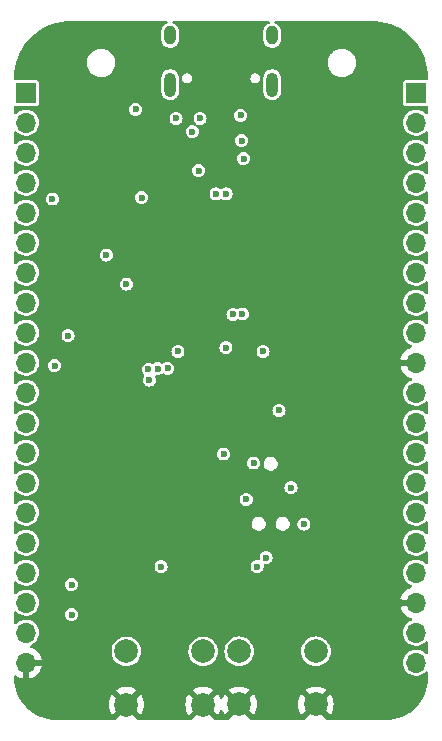
<source format=gbr>
%TF.GenerationSoftware,KiCad,Pcbnew,8.0.4*%
%TF.CreationDate,2024-11-26T16:04:15+06:30*%
%TF.ProjectId,RP2040_DevBoard,52503230-3430-45f4-9465-76426f617264,1.0*%
%TF.SameCoordinates,PX791ddc0PY791ddc0*%
%TF.FileFunction,Copper,L3,Inr*%
%TF.FilePolarity,Positive*%
%FSLAX46Y46*%
G04 Gerber Fmt 4.6, Leading zero omitted, Abs format (unit mm)*
G04 Created by KiCad (PCBNEW 8.0.4) date 2024-11-26 16:04:15*
%MOMM*%
%LPD*%
G01*
G04 APERTURE LIST*
%TA.AperFunction,ComponentPad*%
%ADD10R,1.700000X1.700000*%
%TD*%
%TA.AperFunction,ComponentPad*%
%ADD11O,1.700000X1.700000*%
%TD*%
%TA.AperFunction,ComponentPad*%
%ADD12C,2.000000*%
%TD*%
%TA.AperFunction,ComponentPad*%
%ADD13O,1.000000X2.100000*%
%TD*%
%TA.AperFunction,ComponentPad*%
%ADD14O,1.000000X1.600000*%
%TD*%
%TA.AperFunction,ViaPad*%
%ADD15C,0.600000*%
%TD*%
%TA.AperFunction,ViaPad*%
%ADD16C,0.800000*%
%TD*%
G04 APERTURE END LIST*
D10*
%TO.N,GPIO29_ADC3*%
%TO.C,J4*%
X34290000Y53340000D03*
D11*
%TO.N,GPIO28_ADC2*%
X34290000Y50800000D03*
%TO.N,GPIO27_ADC1*%
X34290000Y48260000D03*
%TO.N,GPIO26_ADC0*%
X34290000Y45720000D03*
%TO.N,GPIO25*%
X34290000Y43180000D03*
%TO.N,GPIO24*%
X34290000Y40640000D03*
%TO.N,GPIO23*%
X34290000Y38100000D03*
%TO.N,GPIO22*%
X34290000Y35560000D03*
%TO.N,GPIO21*%
X34290000Y33020000D03*
%TO.N,GND*%
X34290000Y30480000D03*
%TO.N,+3V3*%
X34290000Y27940000D03*
%TO.N,GPIO20*%
X34290000Y25400000D03*
%TO.N,GPIO19*%
X34290000Y22860000D03*
%TO.N,GPIO18*%
X34290000Y20320000D03*
%TO.N,GPIO17*%
X34290000Y17780000D03*
%TO.N,GPIO16*%
X34290000Y15240000D03*
%TO.N,~{RST}*%
X34290000Y12700000D03*
%TO.N,GND*%
X34290000Y10160000D03*
%TO.N,SWCLK*%
X34290000Y7620000D03*
%TO.N,SWD*%
X34290000Y5080000D03*
%TD*%
D12*
%TO.N,GND*%
%TO.C,SW2*%
X25805200Y1560000D03*
X19305200Y1560000D03*
%TO.N,Net-(R13-Pad2)*%
X25805200Y6060000D03*
X19305200Y6060000D03*
%TD*%
D10*
%TO.N,GPIO0*%
%TO.C,J3*%
X1270000Y53340000D03*
D11*
%TO.N,GPIO1*%
X1270000Y50800000D03*
%TO.N,GPIO2*%
X1270000Y48260000D03*
%TO.N,GPIO3*%
X1270000Y45720000D03*
%TO.N,GPIO4*%
X1270000Y43180000D03*
%TO.N,GPIO5*%
X1270000Y40640000D03*
%TO.N,GPIO6*%
X1270000Y38100000D03*
%TO.N,GPIO7*%
X1270000Y35560000D03*
%TO.N,+5V*%
X1270000Y33020000D03*
%TO.N,+3V3*%
X1270000Y30480000D03*
%TO.N,GPIO8*%
X1270000Y27940000D03*
%TO.N,GPIO9*%
X1270000Y25400000D03*
%TO.N,GPIO10*%
X1270000Y22860000D03*
%TO.N,GPIO11*%
X1270000Y20320000D03*
%TO.N,GPIO12*%
X1270000Y17780000D03*
%TO.N,GPIO13*%
X1270000Y15240000D03*
%TO.N,SCL*%
X1270000Y12700000D03*
%TO.N,SDA*%
X1270000Y10160000D03*
%TO.N,+3V3*%
X1270000Y7620000D03*
%TO.N,GND*%
X1270000Y5080000D03*
%TD*%
D12*
%TO.N,GND*%
%TO.C,SW1*%
X16254800Y1545200D03*
X9754800Y1545200D03*
%TO.N,Net-(R12-Pad2)*%
X16254800Y6045200D03*
X9754800Y6045200D03*
%TD*%
D13*
%TO.N,unconnected-(J1-SHIELD-PadS1)_2*%
%TO.C,J1*%
X22100000Y54020000D03*
D14*
%TO.N,unconnected-(J1-SHIELD-PadS1)_1*%
X22100000Y58200000D03*
D13*
%TO.N,unconnected-(J1-SHIELD-PadS1)_3*%
X13460000Y54020000D03*
D14*
%TO.N,unconnected-(J1-SHIELD-PadS1)*%
X13460000Y58200000D03*
%TD*%
D15*
%TO.N,GND*%
X32015477Y41368250D03*
X32015477Y48988250D03*
X32015477Y56608250D03*
X29475477Y3268250D03*
X29475477Y10888250D03*
X29475477Y21048250D03*
X26935477Y15968250D03*
X26935477Y26128250D03*
X24395477Y8348250D03*
X24395477Y54068250D03*
X21855477Y3268250D03*
X21855477Y43908250D03*
X19315477Y10888250D03*
X19315477Y56608250D03*
X16775477Y41368250D03*
X14235477Y3268250D03*
X14235477Y13428250D03*
X11695477Y8348250D03*
X11695477Y48988250D03*
X11695477Y56608250D03*
X6615477Y5808250D03*
X6615477Y41368250D03*
X6615477Y54068250D03*
X4075477Y15968250D03*
X4075477Y23588250D03*
X1535477Y3268250D03*
X1535477Y56608250D03*
X21530000Y32845200D03*
X23126258Y31022257D03*
X19558000Y29362400D03*
X25019000Y26746200D03*
X17780000Y27635200D03*
X2794000Y5080000D03*
X18465800Y20472400D03*
X21717000Y50927000D03*
X17957800Y34135000D03*
X17780000Y27635200D03*
X19558000Y27635200D03*
X17780000Y25857200D03*
X12668497Y31628693D03*
X16370627Y20048824D03*
X15625431Y13387334D03*
X17780000Y27635200D03*
X16002000Y25857200D03*
X9398000Y11303000D03*
X10998200Y26365200D03*
X20167600Y33959800D03*
X16002000Y29413200D03*
X16052800Y27635200D03*
X19558000Y25857200D03*
X17775502Y51172925D03*
D16*
X32816800Y10160000D03*
D15*
X17780000Y29413200D03*
X16794184Y24971423D03*
D16*
X32715200Y30480000D03*
D15*
%TO.N,+3V3*%
X19685000Y47752000D03*
X21336000Y31445200D03*
X17983200Y22758400D03*
X5130800Y9144000D03*
X18186400Y31750000D03*
X15875000Y46736000D03*
X14122400Y31445200D03*
X3683000Y30226000D03*
X24790400Y16814800D03*
X22681915Y26455201D03*
X3479800Y44348400D03*
X5130800Y11684000D03*
%TO.N,+5V*%
X11049000Y44450000D03*
X19507200Y49276000D03*
X15341600Y50038000D03*
X4826000Y32766000D03*
X8049200Y39598600D03*
%TO.N,Net-(J1-CC1)*%
X19431000Y51435000D03*
X10541000Y51943000D03*
%TO.N,Net-(J1-CC2)*%
X16002000Y51181000D03*
X13970000Y51181000D03*
%TO.N,SWCLK*%
X19900900Y18923000D03*
%TO.N,SWD*%
X20523200Y21996400D03*
%TO.N,~{RST}*%
X21590000Y13970000D03*
X23698200Y19913600D03*
X20828000Y13208000D03*
%TO.N,GPIO2*%
X11611125Y29922823D03*
%TO.N,GPIO3*%
X11695452Y29018252D03*
%TO.N,GPIO1*%
X12409658Y29971294D03*
%TO.N,GPIO0*%
X13258800Y30015200D03*
%TO.N,/N_USB_D+*%
X17355000Y44780200D03*
X18784246Y34583046D03*
%TO.N,/N_USB_D-*%
X19583379Y34620347D03*
X18205000Y44780200D03*
%TO.N,QSPI_SS*%
X12700000Y13208000D03*
X9753600Y37134800D03*
%TD*%
%TA.AperFunction,Conductor*%
%TO.N,GND*%
G36*
X13210653Y59419815D02*
G01*
X13256408Y59367011D01*
X13266352Y59297853D01*
X13237327Y59234297D01*
X13191066Y59200939D01*
X13104511Y59165088D01*
X13104498Y59165081D01*
X12981584Y59082952D01*
X12981580Y59082949D01*
X12877051Y58978420D01*
X12877048Y58978416D01*
X12794919Y58855502D01*
X12794912Y58855489D01*
X12738343Y58718918D01*
X12738340Y58718908D01*
X12709500Y58573921D01*
X12709500Y58573918D01*
X12709500Y57826082D01*
X12709500Y57826080D01*
X12709499Y57826080D01*
X12738340Y57681093D01*
X12738343Y57681083D01*
X12794912Y57544512D01*
X12794919Y57544499D01*
X12877048Y57421585D01*
X12877051Y57421581D01*
X12981580Y57317052D01*
X12981584Y57317049D01*
X13104498Y57234920D01*
X13104511Y57234913D01*
X13241082Y57178344D01*
X13241087Y57178342D01*
X13241091Y57178342D01*
X13241092Y57178341D01*
X13386079Y57149500D01*
X13386082Y57149500D01*
X13533920Y57149500D01*
X13631462Y57168904D01*
X13678913Y57178342D01*
X13815495Y57234916D01*
X13938416Y57317049D01*
X14042951Y57421584D01*
X14125084Y57544505D01*
X14181658Y57681087D01*
X14210500Y57826082D01*
X14210500Y58573918D01*
X14210500Y58573921D01*
X14181659Y58718908D01*
X14181658Y58718909D01*
X14181658Y58718913D01*
X14150155Y58794969D01*
X14125087Y58855489D01*
X14125080Y58855502D01*
X14042951Y58978416D01*
X14042948Y58978420D01*
X13938419Y59082949D01*
X13938415Y59082952D01*
X13815501Y59165081D01*
X13815488Y59165088D01*
X13728934Y59200939D01*
X13674530Y59244780D01*
X13652465Y59311074D01*
X13669744Y59378773D01*
X13720881Y59426384D01*
X13776386Y59439500D01*
X21783614Y59439500D01*
X21850653Y59419815D01*
X21896408Y59367011D01*
X21906352Y59297853D01*
X21877327Y59234297D01*
X21831066Y59200939D01*
X21744511Y59165088D01*
X21744498Y59165081D01*
X21621584Y59082952D01*
X21621580Y59082949D01*
X21517051Y58978420D01*
X21517048Y58978416D01*
X21434919Y58855502D01*
X21434912Y58855489D01*
X21378343Y58718918D01*
X21378340Y58718908D01*
X21349500Y58573921D01*
X21349500Y58573918D01*
X21349500Y57826082D01*
X21349500Y57826080D01*
X21349499Y57826080D01*
X21378340Y57681093D01*
X21378343Y57681083D01*
X21434912Y57544512D01*
X21434919Y57544499D01*
X21517048Y57421585D01*
X21517051Y57421581D01*
X21621580Y57317052D01*
X21621584Y57317049D01*
X21744498Y57234920D01*
X21744511Y57234913D01*
X21881082Y57178344D01*
X21881087Y57178342D01*
X21881091Y57178342D01*
X21881092Y57178341D01*
X22026079Y57149500D01*
X22026082Y57149500D01*
X22173920Y57149500D01*
X22271462Y57168904D01*
X22318913Y57178342D01*
X22455495Y57234916D01*
X22578416Y57317049D01*
X22682951Y57421584D01*
X22765084Y57544505D01*
X22821658Y57681087D01*
X22850500Y57826082D01*
X22850500Y58573918D01*
X22850500Y58573921D01*
X22821659Y58718908D01*
X22821658Y58718909D01*
X22821658Y58718913D01*
X22790155Y58794969D01*
X22765087Y58855489D01*
X22765080Y58855502D01*
X22682951Y58978416D01*
X22682948Y58978420D01*
X22578419Y59082949D01*
X22578415Y59082952D01*
X22455501Y59165081D01*
X22455488Y59165088D01*
X22368934Y59200939D01*
X22314530Y59244780D01*
X22292465Y59311074D01*
X22309744Y59378773D01*
X22360881Y59426384D01*
X22416386Y59439500D01*
X30435830Y59439500D01*
X30477294Y59439500D01*
X30482702Y59439383D01*
X30895533Y59421358D01*
X30906268Y59420418D01*
X31313279Y59366834D01*
X31323898Y59364962D01*
X31724699Y59276107D01*
X31735111Y59273318D01*
X32126640Y59149869D01*
X32136775Y59146180D01*
X32516042Y58989081D01*
X32525834Y58984515D01*
X32889965Y58794961D01*
X32899305Y58789568D01*
X33223511Y58583026D01*
X33245516Y58569007D01*
X33254377Y58562803D01*
X33580050Y58312906D01*
X33588337Y58305952D01*
X33890980Y58028630D01*
X33898629Y58020981D01*
X34175951Y57718338D01*
X34182905Y57710051D01*
X34432802Y57384378D01*
X34439006Y57375517D01*
X34528577Y57234920D01*
X34645784Y57050941D01*
X34659559Y57029320D01*
X34664964Y57019958D01*
X34781711Y56795690D01*
X34854511Y56655841D01*
X34859083Y56646037D01*
X35016173Y56266791D01*
X35019872Y56256628D01*
X35059077Y56132285D01*
X35143311Y55865131D01*
X35146111Y55854681D01*
X35234958Y55453916D01*
X35236836Y55443263D01*
X35290415Y55036289D01*
X35291358Y55025513D01*
X35309382Y54612703D01*
X35309500Y54607294D01*
X35309500Y54562788D01*
X35289815Y54495749D01*
X35237011Y54449994D01*
X35170795Y54440474D01*
X35170739Y54439903D01*
X35168419Y54440132D01*
X35167853Y54440050D01*
X35165962Y54440374D01*
X35164677Y54440500D01*
X35164674Y54440500D01*
X33415326Y54440500D01*
X33415323Y54440500D01*
X33342264Y54425968D01*
X33342260Y54425967D01*
X33259399Y54370601D01*
X33204033Y54287740D01*
X33204032Y54287736D01*
X33189500Y54214679D01*
X33189500Y52465322D01*
X33204032Y52392265D01*
X33204033Y52392261D01*
X33204034Y52392260D01*
X33259399Y52309399D01*
X33342260Y52254034D01*
X33342264Y52254033D01*
X33415321Y52239501D01*
X33415324Y52239500D01*
X33415326Y52239500D01*
X35164676Y52239500D01*
X35170739Y52240097D01*
X35170948Y52237968D01*
X35230899Y52232603D01*
X35286077Y52189741D01*
X35309322Y52123852D01*
X35309500Y52117213D01*
X35309500Y51640595D01*
X35289815Y51573556D01*
X35237011Y51527801D01*
X35167853Y51517857D01*
X35104297Y51546882D01*
X35101962Y51548958D01*
X34956042Y51681981D01*
X34956039Y51681983D01*
X34782642Y51789345D01*
X34782635Y51789349D01*
X34683842Y51827621D01*
X34592456Y51863024D01*
X34391976Y51900500D01*
X34188024Y51900500D01*
X33987544Y51863024D01*
X33987541Y51863024D01*
X33987541Y51863023D01*
X33797364Y51789349D01*
X33797357Y51789345D01*
X33623960Y51681983D01*
X33623958Y51681981D01*
X33473237Y51544582D01*
X33350327Y51381822D01*
X33259422Y51199261D01*
X33259417Y51199248D01*
X33203602Y51003083D01*
X33184785Y50800001D01*
X33184785Y50800000D01*
X33203602Y50596918D01*
X33259417Y50400753D01*
X33259422Y50400740D01*
X33350327Y50218179D01*
X33473237Y50055419D01*
X33623958Y49918020D01*
X33623960Y49918018D01*
X33662279Y49894292D01*
X33797363Y49810652D01*
X33987544Y49736976D01*
X34188024Y49699500D01*
X34188026Y49699500D01*
X34391974Y49699500D01*
X34391976Y49699500D01*
X34592456Y49736976D01*
X34782637Y49810652D01*
X34956041Y49918019D01*
X35101962Y50051043D01*
X35164766Y50081660D01*
X35234153Y50073462D01*
X35288093Y50029053D01*
X35309461Y49962530D01*
X35309500Y49959406D01*
X35309500Y49100595D01*
X35289815Y49033556D01*
X35237011Y48987801D01*
X35167853Y48977857D01*
X35104297Y49006882D01*
X35101962Y49008958D01*
X34956042Y49141981D01*
X34956039Y49141983D01*
X34782642Y49249345D01*
X34782635Y49249349D01*
X34687546Y49286186D01*
X34592456Y49323024D01*
X34391976Y49360500D01*
X34188024Y49360500D01*
X33987544Y49323024D01*
X33987541Y49323024D01*
X33987541Y49323023D01*
X33797364Y49249349D01*
X33797357Y49249345D01*
X33623960Y49141983D01*
X33623958Y49141981D01*
X33473237Y49004582D01*
X33350327Y48841822D01*
X33259422Y48659261D01*
X33259417Y48659248D01*
X33203602Y48463083D01*
X33184785Y48260001D01*
X33184785Y48260000D01*
X33203602Y48056918D01*
X33259417Y47860753D01*
X33259422Y47860740D01*
X33350327Y47678179D01*
X33473237Y47515419D01*
X33623958Y47378020D01*
X33623960Y47378018D01*
X33723141Y47316608D01*
X33797363Y47270652D01*
X33987544Y47196976D01*
X34188024Y47159500D01*
X34188026Y47159500D01*
X34391974Y47159500D01*
X34391976Y47159500D01*
X34592456Y47196976D01*
X34782637Y47270652D01*
X34956041Y47378019D01*
X35101962Y47511043D01*
X35164766Y47541660D01*
X35234153Y47533462D01*
X35288093Y47489053D01*
X35309461Y47422530D01*
X35309500Y47419406D01*
X35309500Y46560595D01*
X35289815Y46493556D01*
X35237011Y46447801D01*
X35167853Y46437857D01*
X35104297Y46466882D01*
X35101962Y46468958D01*
X34956042Y46601981D01*
X34956039Y46601983D01*
X34782642Y46709345D01*
X34782635Y46709349D01*
X34687546Y46746186D01*
X34592456Y46783024D01*
X34391976Y46820500D01*
X34188024Y46820500D01*
X33987544Y46783024D01*
X33987541Y46783024D01*
X33987541Y46783023D01*
X33797364Y46709349D01*
X33797357Y46709345D01*
X33623960Y46601983D01*
X33623958Y46601981D01*
X33473237Y46464582D01*
X33350327Y46301822D01*
X33259422Y46119261D01*
X33259417Y46119248D01*
X33203602Y45923083D01*
X33184785Y45720001D01*
X33184785Y45720000D01*
X33203602Y45516918D01*
X33259417Y45320753D01*
X33259422Y45320740D01*
X33350327Y45138179D01*
X33473237Y44975419D01*
X33623958Y44838020D01*
X33623960Y44838018D01*
X33717338Y44780201D01*
X33797363Y44730652D01*
X33987544Y44656976D01*
X34188024Y44619500D01*
X34188026Y44619500D01*
X34391974Y44619500D01*
X34391976Y44619500D01*
X34592456Y44656976D01*
X34782637Y44730652D01*
X34956041Y44838019D01*
X35101962Y44971043D01*
X35164766Y45001660D01*
X35234153Y44993462D01*
X35288093Y44949053D01*
X35309461Y44882530D01*
X35309500Y44879406D01*
X35309500Y44020595D01*
X35289815Y43953556D01*
X35237011Y43907801D01*
X35167853Y43897857D01*
X35104297Y43926882D01*
X35101962Y43928958D01*
X34956042Y44061981D01*
X34956039Y44061983D01*
X34782642Y44169345D01*
X34782635Y44169349D01*
X34687546Y44206186D01*
X34592456Y44243024D01*
X34391976Y44280500D01*
X34188024Y44280500D01*
X33987544Y44243024D01*
X33987541Y44243024D01*
X33987541Y44243023D01*
X33797364Y44169349D01*
X33797357Y44169345D01*
X33623960Y44061983D01*
X33623958Y44061981D01*
X33473237Y43924582D01*
X33350327Y43761822D01*
X33259422Y43579261D01*
X33259417Y43579248D01*
X33203602Y43383083D01*
X33184785Y43180001D01*
X33184785Y43180000D01*
X33203602Y42976918D01*
X33259417Y42780753D01*
X33259422Y42780740D01*
X33350327Y42598179D01*
X33473237Y42435419D01*
X33623958Y42298020D01*
X33623960Y42298018D01*
X33723141Y42236608D01*
X33797363Y42190652D01*
X33987544Y42116976D01*
X34188024Y42079500D01*
X34188026Y42079500D01*
X34391974Y42079500D01*
X34391976Y42079500D01*
X34592456Y42116976D01*
X34782637Y42190652D01*
X34956041Y42298019D01*
X35101962Y42431043D01*
X35164766Y42461660D01*
X35234153Y42453462D01*
X35288093Y42409053D01*
X35309461Y42342530D01*
X35309500Y42339406D01*
X35309500Y41480595D01*
X35289815Y41413556D01*
X35237011Y41367801D01*
X35167853Y41357857D01*
X35104297Y41386882D01*
X35101962Y41388958D01*
X34956042Y41521981D01*
X34956039Y41521983D01*
X34782642Y41629345D01*
X34782635Y41629349D01*
X34687546Y41666186D01*
X34592456Y41703024D01*
X34391976Y41740500D01*
X34188024Y41740500D01*
X33987544Y41703024D01*
X33987541Y41703024D01*
X33987541Y41703023D01*
X33797364Y41629349D01*
X33797357Y41629345D01*
X33623960Y41521983D01*
X33623958Y41521981D01*
X33473237Y41384582D01*
X33350327Y41221822D01*
X33259422Y41039261D01*
X33259417Y41039248D01*
X33203602Y40843083D01*
X33184785Y40640001D01*
X33184785Y40640000D01*
X33203602Y40436918D01*
X33259417Y40240753D01*
X33259422Y40240740D01*
X33350327Y40058179D01*
X33473237Y39895419D01*
X33623958Y39758020D01*
X33623960Y39758018D01*
X33723141Y39696608D01*
X33797363Y39650652D01*
X33987544Y39576976D01*
X34188024Y39539500D01*
X34188026Y39539500D01*
X34391974Y39539500D01*
X34391976Y39539500D01*
X34592456Y39576976D01*
X34782637Y39650652D01*
X34956041Y39758019D01*
X35101962Y39891043D01*
X35164766Y39921660D01*
X35234153Y39913462D01*
X35288093Y39869053D01*
X35309461Y39802530D01*
X35309500Y39799406D01*
X35309500Y38940595D01*
X35289815Y38873556D01*
X35237011Y38827801D01*
X35167853Y38817857D01*
X35104297Y38846882D01*
X35101962Y38848958D01*
X34956042Y38981981D01*
X34956039Y38981983D01*
X34782642Y39089345D01*
X34782635Y39089349D01*
X34687546Y39126186D01*
X34592456Y39163024D01*
X34391976Y39200500D01*
X34188024Y39200500D01*
X33987544Y39163024D01*
X33987541Y39163024D01*
X33987541Y39163023D01*
X33797364Y39089349D01*
X33797357Y39089345D01*
X33623960Y38981983D01*
X33623958Y38981981D01*
X33473237Y38844582D01*
X33350327Y38681822D01*
X33259422Y38499261D01*
X33259417Y38499248D01*
X33203602Y38303083D01*
X33184785Y38100001D01*
X33184785Y38100000D01*
X33203602Y37896918D01*
X33259417Y37700753D01*
X33259422Y37700740D01*
X33350327Y37518179D01*
X33473237Y37355419D01*
X33623958Y37218020D01*
X33623960Y37218018D01*
X33723141Y37156608D01*
X33797363Y37110652D01*
X33987544Y37036976D01*
X34188024Y36999500D01*
X34188026Y36999500D01*
X34391974Y36999500D01*
X34391976Y36999500D01*
X34592456Y37036976D01*
X34782637Y37110652D01*
X34956041Y37218019D01*
X35101962Y37351043D01*
X35164766Y37381660D01*
X35234153Y37373462D01*
X35288093Y37329053D01*
X35309461Y37262530D01*
X35309500Y37259406D01*
X35309500Y36400595D01*
X35289815Y36333556D01*
X35237011Y36287801D01*
X35167853Y36277857D01*
X35104297Y36306882D01*
X35101962Y36308958D01*
X34956042Y36441981D01*
X34956039Y36441983D01*
X34782642Y36549345D01*
X34782635Y36549349D01*
X34687546Y36586186D01*
X34592456Y36623024D01*
X34391976Y36660500D01*
X34188024Y36660500D01*
X33987544Y36623024D01*
X33987541Y36623024D01*
X33987541Y36623023D01*
X33797364Y36549349D01*
X33797357Y36549345D01*
X33623960Y36441983D01*
X33623958Y36441981D01*
X33473237Y36304582D01*
X33350327Y36141822D01*
X33259422Y35959261D01*
X33259417Y35959248D01*
X33203602Y35763083D01*
X33184785Y35560001D01*
X33184785Y35560000D01*
X33203602Y35356918D01*
X33259417Y35160753D01*
X33259422Y35160740D01*
X33350327Y34978179D01*
X33473237Y34815419D01*
X33623958Y34678020D01*
X33623960Y34678018D01*
X33717101Y34620348D01*
X33797363Y34570652D01*
X33987544Y34496976D01*
X34188024Y34459500D01*
X34188026Y34459500D01*
X34391974Y34459500D01*
X34391976Y34459500D01*
X34592456Y34496976D01*
X34782637Y34570652D01*
X34956041Y34678019D01*
X35101962Y34811043D01*
X35164766Y34841660D01*
X35234153Y34833462D01*
X35288093Y34789053D01*
X35309461Y34722530D01*
X35309500Y34719406D01*
X35309500Y33860595D01*
X35289815Y33793556D01*
X35237011Y33747801D01*
X35167853Y33737857D01*
X35104297Y33766882D01*
X35101962Y33768958D01*
X34956042Y33901981D01*
X34956039Y33901983D01*
X34782642Y34009345D01*
X34782635Y34009349D01*
X34638731Y34065097D01*
X34592456Y34083024D01*
X34391976Y34120500D01*
X34188024Y34120500D01*
X33987544Y34083024D01*
X33987541Y34083024D01*
X33987541Y34083023D01*
X33797364Y34009349D01*
X33797357Y34009345D01*
X33623960Y33901983D01*
X33623958Y33901981D01*
X33473237Y33764582D01*
X33350327Y33601822D01*
X33259422Y33419261D01*
X33259417Y33419248D01*
X33203602Y33223083D01*
X33184785Y33020001D01*
X33184785Y33020000D01*
X33203602Y32816918D01*
X33259417Y32620753D01*
X33259422Y32620740D01*
X33350327Y32438179D01*
X33473237Y32275419D01*
X33623958Y32138020D01*
X33623960Y32138018D01*
X33723141Y32076608D01*
X33797363Y32030652D01*
X33878283Y31999304D01*
X33933685Y31956731D01*
X33957276Y31890965D01*
X33941565Y31822884D01*
X33891542Y31774105D01*
X33865586Y31763903D01*
X33826519Y31753435D01*
X33826507Y31753430D01*
X33612422Y31653601D01*
X33612420Y31653600D01*
X33418926Y31518114D01*
X33418920Y31518109D01*
X33251891Y31351080D01*
X33251886Y31351074D01*
X33116400Y31157580D01*
X33116399Y31157578D01*
X33016570Y30943493D01*
X33016567Y30943487D01*
X32959364Y30730001D01*
X32959364Y30730000D01*
X33856988Y30730000D01*
X33824075Y30672993D01*
X33790000Y30545826D01*
X33790000Y30414174D01*
X33824075Y30287007D01*
X33856988Y30230000D01*
X32959364Y30230000D01*
X33016567Y30016514D01*
X33016570Y30016508D01*
X33116399Y29802422D01*
X33251894Y29608918D01*
X33418917Y29441895D01*
X33612421Y29306400D01*
X33826507Y29206571D01*
X33826516Y29206567D01*
X33865583Y29196099D01*
X33925244Y29159734D01*
X33955773Y29096887D01*
X33947479Y29027512D01*
X33902993Y28973634D01*
X33878284Y28960698D01*
X33797373Y28929353D01*
X33797357Y28929345D01*
X33623960Y28821983D01*
X33623958Y28821981D01*
X33473237Y28684582D01*
X33350327Y28521822D01*
X33259422Y28339261D01*
X33259417Y28339248D01*
X33203602Y28143083D01*
X33184785Y27940001D01*
X33184785Y27940000D01*
X33203602Y27736918D01*
X33259417Y27540753D01*
X33259422Y27540740D01*
X33350327Y27358179D01*
X33473237Y27195419D01*
X33623958Y27058020D01*
X33623960Y27058018D01*
X33700784Y27010451D01*
X33797363Y26950652D01*
X33987544Y26876976D01*
X34188024Y26839500D01*
X34188026Y26839500D01*
X34391974Y26839500D01*
X34391976Y26839500D01*
X34592456Y26876976D01*
X34782637Y26950652D01*
X34956041Y27058019D01*
X35101962Y27191043D01*
X35164766Y27221660D01*
X35234153Y27213462D01*
X35288093Y27169053D01*
X35309461Y27102530D01*
X35309500Y27099406D01*
X35309500Y26240595D01*
X35289815Y26173556D01*
X35237011Y26127801D01*
X35167853Y26117857D01*
X35104297Y26146882D01*
X35101962Y26148958D01*
X34956042Y26281981D01*
X34956039Y26281983D01*
X34782642Y26389345D01*
X34782635Y26389349D01*
X34687546Y26426186D01*
X34592456Y26463024D01*
X34391976Y26500500D01*
X34188024Y26500500D01*
X33987544Y26463024D01*
X33987541Y26463024D01*
X33987541Y26463023D01*
X33797364Y26389349D01*
X33797357Y26389345D01*
X33623960Y26281983D01*
X33623958Y26281981D01*
X33473237Y26144582D01*
X33350327Y25981822D01*
X33259422Y25799261D01*
X33259417Y25799248D01*
X33203602Y25603083D01*
X33184785Y25400001D01*
X33184785Y25400000D01*
X33203602Y25196918D01*
X33259417Y25000753D01*
X33259422Y25000740D01*
X33350327Y24818179D01*
X33473237Y24655419D01*
X33623958Y24518020D01*
X33623960Y24518018D01*
X33723141Y24456608D01*
X33797363Y24410652D01*
X33987544Y24336976D01*
X34188024Y24299500D01*
X34188026Y24299500D01*
X34391974Y24299500D01*
X34391976Y24299500D01*
X34592456Y24336976D01*
X34782637Y24410652D01*
X34956041Y24518019D01*
X35101962Y24651043D01*
X35164766Y24681660D01*
X35234153Y24673462D01*
X35288093Y24629053D01*
X35309461Y24562530D01*
X35309500Y24559406D01*
X35309500Y23700595D01*
X35289815Y23633556D01*
X35237011Y23587801D01*
X35167853Y23577857D01*
X35104297Y23606882D01*
X35101962Y23608958D01*
X34956042Y23741981D01*
X34956039Y23741983D01*
X34782642Y23849345D01*
X34782635Y23849349D01*
X34687546Y23886186D01*
X34592456Y23923024D01*
X34391976Y23960500D01*
X34188024Y23960500D01*
X33987544Y23923024D01*
X33987541Y23923024D01*
X33987541Y23923023D01*
X33797364Y23849349D01*
X33797357Y23849345D01*
X33623960Y23741983D01*
X33623958Y23741981D01*
X33473237Y23604582D01*
X33350327Y23441822D01*
X33259422Y23259261D01*
X33259417Y23259248D01*
X33203602Y23063083D01*
X33184785Y22860001D01*
X33184785Y22860000D01*
X33203602Y22656918D01*
X33259417Y22460753D01*
X33259422Y22460740D01*
X33350327Y22278179D01*
X33473237Y22115419D01*
X33623958Y21978020D01*
X33623960Y21978018D01*
X33723141Y21916608D01*
X33797363Y21870652D01*
X33987544Y21796976D01*
X34188024Y21759500D01*
X34188026Y21759500D01*
X34391974Y21759500D01*
X34391976Y21759500D01*
X34592456Y21796976D01*
X34782637Y21870652D01*
X34956041Y21978019D01*
X35101962Y22111043D01*
X35164766Y22141660D01*
X35234153Y22133462D01*
X35288093Y22089053D01*
X35309461Y22022530D01*
X35309500Y22019406D01*
X35309500Y21160595D01*
X35289815Y21093556D01*
X35237011Y21047801D01*
X35167853Y21037857D01*
X35104297Y21066882D01*
X35101962Y21068958D01*
X34956042Y21201981D01*
X34956039Y21201983D01*
X34782642Y21309345D01*
X34782635Y21309349D01*
X34638971Y21365004D01*
X34592456Y21383024D01*
X34391976Y21420500D01*
X34188024Y21420500D01*
X33987544Y21383024D01*
X33987541Y21383024D01*
X33987541Y21383023D01*
X33797364Y21309349D01*
X33797357Y21309345D01*
X33623960Y21201983D01*
X33623958Y21201981D01*
X33473237Y21064582D01*
X33350327Y20901822D01*
X33259422Y20719261D01*
X33259417Y20719248D01*
X33203602Y20523083D01*
X33184785Y20320001D01*
X33184785Y20320000D01*
X33203602Y20116918D01*
X33259417Y19920753D01*
X33259422Y19920740D01*
X33350327Y19738179D01*
X33473237Y19575419D01*
X33623958Y19438020D01*
X33623960Y19438018D01*
X33632488Y19432738D01*
X33797363Y19330652D01*
X33987544Y19256976D01*
X34188024Y19219500D01*
X34188026Y19219500D01*
X34391974Y19219500D01*
X34391976Y19219500D01*
X34592456Y19256976D01*
X34782637Y19330652D01*
X34956041Y19438019D01*
X35101962Y19571043D01*
X35164766Y19601660D01*
X35234153Y19593462D01*
X35288093Y19549053D01*
X35309461Y19482530D01*
X35309500Y19479406D01*
X35309500Y18620595D01*
X35289815Y18553556D01*
X35237011Y18507801D01*
X35167853Y18497857D01*
X35104297Y18526882D01*
X35101962Y18528958D01*
X34956042Y18661981D01*
X34956039Y18661983D01*
X34782642Y18769345D01*
X34782635Y18769349D01*
X34687546Y18806186D01*
X34592456Y18843024D01*
X34391976Y18880500D01*
X34188024Y18880500D01*
X33987544Y18843024D01*
X33987541Y18843024D01*
X33987541Y18843023D01*
X33797364Y18769349D01*
X33797357Y18769345D01*
X33623960Y18661983D01*
X33623958Y18661981D01*
X33473237Y18524582D01*
X33350327Y18361822D01*
X33259422Y18179261D01*
X33259417Y18179248D01*
X33203602Y17983083D01*
X33184785Y17780001D01*
X33184785Y17780000D01*
X33203602Y17576918D01*
X33259417Y17380753D01*
X33259422Y17380740D01*
X33350327Y17198179D01*
X33473237Y17035419D01*
X33623958Y16898020D01*
X33623960Y16898018D01*
X33723141Y16836608D01*
X33797363Y16790652D01*
X33987544Y16716976D01*
X34188024Y16679500D01*
X34188026Y16679500D01*
X34391974Y16679500D01*
X34391976Y16679500D01*
X34592456Y16716976D01*
X34782637Y16790652D01*
X34956041Y16898019D01*
X35101962Y17031043D01*
X35164766Y17061660D01*
X35234153Y17053462D01*
X35288093Y17009053D01*
X35309461Y16942530D01*
X35309500Y16939406D01*
X35309500Y16080595D01*
X35289815Y16013556D01*
X35237011Y15967801D01*
X35167853Y15957857D01*
X35104297Y15986882D01*
X35101962Y15988958D01*
X34956042Y16121981D01*
X34956039Y16121983D01*
X34782642Y16229345D01*
X34782635Y16229349D01*
X34687546Y16266186D01*
X34592456Y16303024D01*
X34391976Y16340500D01*
X34188024Y16340500D01*
X33987544Y16303024D01*
X33987541Y16303024D01*
X33987541Y16303023D01*
X33797364Y16229349D01*
X33797357Y16229345D01*
X33623960Y16121983D01*
X33623958Y16121981D01*
X33473237Y15984582D01*
X33350327Y15821822D01*
X33259422Y15639261D01*
X33259417Y15639248D01*
X33203602Y15443083D01*
X33184785Y15240001D01*
X33184785Y15240000D01*
X33203602Y15036918D01*
X33259417Y14840753D01*
X33259422Y14840740D01*
X33350327Y14658179D01*
X33473237Y14495419D01*
X33623958Y14358020D01*
X33623960Y14358018D01*
X33723141Y14296608D01*
X33797363Y14250652D01*
X33987544Y14176976D01*
X34188024Y14139500D01*
X34188026Y14139500D01*
X34391974Y14139500D01*
X34391976Y14139500D01*
X34592456Y14176976D01*
X34782637Y14250652D01*
X34956041Y14358019D01*
X35101962Y14491043D01*
X35164766Y14521660D01*
X35234153Y14513462D01*
X35288093Y14469053D01*
X35309461Y14402530D01*
X35309500Y14399406D01*
X35309500Y13540595D01*
X35289815Y13473556D01*
X35237011Y13427801D01*
X35167853Y13417857D01*
X35104297Y13446882D01*
X35101962Y13448958D01*
X34956042Y13581981D01*
X34956039Y13581983D01*
X34782642Y13689345D01*
X34782635Y13689349D01*
X34687546Y13726186D01*
X34592456Y13763024D01*
X34391976Y13800500D01*
X34188024Y13800500D01*
X33987544Y13763024D01*
X33987541Y13763024D01*
X33987541Y13763023D01*
X33797364Y13689349D01*
X33797357Y13689345D01*
X33623960Y13581983D01*
X33623958Y13581981D01*
X33473237Y13444582D01*
X33350327Y13281822D01*
X33259422Y13099261D01*
X33259417Y13099248D01*
X33203602Y12903083D01*
X33184785Y12700001D01*
X33184785Y12700000D01*
X33203602Y12496918D01*
X33259417Y12300753D01*
X33259422Y12300740D01*
X33350327Y12118179D01*
X33473237Y11955419D01*
X33623958Y11818020D01*
X33623960Y11818018D01*
X33723141Y11756608D01*
X33797363Y11710652D01*
X33878283Y11679304D01*
X33933685Y11636731D01*
X33957276Y11570965D01*
X33941565Y11502884D01*
X33891542Y11454105D01*
X33865586Y11443903D01*
X33826519Y11433435D01*
X33826507Y11433430D01*
X33612422Y11333601D01*
X33612420Y11333600D01*
X33418926Y11198114D01*
X33418920Y11198109D01*
X33251891Y11031080D01*
X33251886Y11031074D01*
X33116400Y10837580D01*
X33116399Y10837578D01*
X33016570Y10623493D01*
X33016567Y10623487D01*
X32959364Y10410001D01*
X32959364Y10410000D01*
X33856988Y10410000D01*
X33824075Y10352993D01*
X33790000Y10225826D01*
X33790000Y10094174D01*
X33824075Y9967007D01*
X33856988Y9910000D01*
X32959364Y9910000D01*
X33016567Y9696514D01*
X33016570Y9696508D01*
X33116399Y9482422D01*
X33251894Y9288918D01*
X33418917Y9121895D01*
X33612421Y8986400D01*
X33826507Y8886571D01*
X33826516Y8886567D01*
X33865583Y8876099D01*
X33925244Y8839734D01*
X33955773Y8776887D01*
X33947479Y8707512D01*
X33902993Y8653634D01*
X33878284Y8640698D01*
X33797373Y8609353D01*
X33797357Y8609345D01*
X33623960Y8501983D01*
X33623958Y8501981D01*
X33473237Y8364582D01*
X33350327Y8201822D01*
X33259422Y8019261D01*
X33259417Y8019248D01*
X33203602Y7823083D01*
X33184785Y7620001D01*
X33184785Y7620000D01*
X33203602Y7416918D01*
X33259417Y7220753D01*
X33259422Y7220740D01*
X33350327Y7038179D01*
X33473237Y6875419D01*
X33623958Y6738020D01*
X33623960Y6738018D01*
X33705319Y6687643D01*
X33797363Y6630652D01*
X33987544Y6556976D01*
X34188024Y6519500D01*
X34188026Y6519500D01*
X34391974Y6519500D01*
X34391976Y6519500D01*
X34592456Y6556976D01*
X34782637Y6630652D01*
X34956041Y6738019D01*
X35101962Y6871043D01*
X35164766Y6901660D01*
X35234153Y6893462D01*
X35288093Y6849053D01*
X35309461Y6782530D01*
X35309500Y6779406D01*
X35309500Y5920595D01*
X35289815Y5853556D01*
X35237011Y5807801D01*
X35167853Y5797857D01*
X35104297Y5826882D01*
X35101962Y5828958D01*
X34956042Y5961981D01*
X34956039Y5961983D01*
X34782642Y6069345D01*
X34782635Y6069349D01*
X34629988Y6128484D01*
X34592456Y6143024D01*
X34391976Y6180500D01*
X34188024Y6180500D01*
X33987544Y6143024D01*
X33987541Y6143024D01*
X33987541Y6143023D01*
X33797364Y6069349D01*
X33797357Y6069345D01*
X33623960Y5961983D01*
X33623958Y5961981D01*
X33473237Y5824582D01*
X33350327Y5661822D01*
X33259422Y5479261D01*
X33259417Y5479248D01*
X33203602Y5283083D01*
X33184785Y5080001D01*
X33184785Y5080000D01*
X33203602Y4876918D01*
X33259417Y4680753D01*
X33259422Y4680740D01*
X33350327Y4498179D01*
X33473237Y4335419D01*
X33623958Y4198020D01*
X33623960Y4198018D01*
X33723141Y4136608D01*
X33797363Y4090652D01*
X33987544Y4016976D01*
X34188024Y3979500D01*
X34188026Y3979500D01*
X34391974Y3979500D01*
X34391976Y3979500D01*
X34592456Y4016976D01*
X34782637Y4090652D01*
X34956041Y4198019D01*
X35101962Y4331043D01*
X35164766Y4361660D01*
X35234153Y4353462D01*
X35288093Y4309053D01*
X35309461Y4242530D01*
X35309500Y4239406D01*
X35309500Y3813052D01*
X35309351Y3806967D01*
X35292658Y3467191D01*
X35291465Y3455081D01*
X35241998Y3121603D01*
X35239624Y3109669D01*
X35157707Y2782634D01*
X35154174Y2770989D01*
X35040604Y2453583D01*
X35035948Y2442340D01*
X34891801Y2137565D01*
X34886064Y2126833D01*
X34712750Y1837678D01*
X34705990Y1827560D01*
X34505156Y1556766D01*
X34497436Y1547360D01*
X34271038Y1297567D01*
X34262433Y1288962D01*
X34012640Y1062564D01*
X34003234Y1054844D01*
X33732440Y854010D01*
X33722322Y847250D01*
X33433167Y673936D01*
X33422435Y668199D01*
X33117660Y524052D01*
X33106417Y519396D01*
X32789011Y405826D01*
X32777366Y402293D01*
X32450331Y320376D01*
X32438397Y318002D01*
X32104919Y268535D01*
X32092809Y267342D01*
X31772559Y251609D01*
X31753031Y250649D01*
X31746949Y250500D01*
X26801862Y250500D01*
X26734823Y270185D01*
X26691729Y319918D01*
X25975434Y1036213D01*
X26017492Y1047482D01*
X26142908Y1119890D01*
X26245310Y1222292D01*
X26317718Y1347708D01*
X26328987Y1389765D01*
X27028634Y690118D01*
X27128931Y843631D01*
X27228787Y1071283D01*
X27289812Y1312262D01*
X27289814Y1312271D01*
X27310341Y1559995D01*
X27310341Y1560006D01*
X27289814Y1807730D01*
X27289812Y1807739D01*
X27228787Y2048718D01*
X27128931Y2276370D01*
X27028634Y2429884D01*
X26328987Y1730236D01*
X26317718Y1772292D01*
X26245310Y1897708D01*
X26142908Y2000110D01*
X26017492Y2072518D01*
X25975435Y2083788D01*
X26675257Y2783610D01*
X26675256Y2783611D01*
X26628429Y2820057D01*
X26409814Y2938365D01*
X26409803Y2938370D01*
X26174693Y3019084D01*
X25929493Y3060000D01*
X25680907Y3060000D01*
X25435706Y3019084D01*
X25200596Y2938370D01*
X25200590Y2938368D01*
X24981961Y2820051D01*
X24935142Y2783612D01*
X24935142Y2783610D01*
X25634965Y2083788D01*
X25592908Y2072518D01*
X25467492Y2000110D01*
X25365090Y1897708D01*
X25292682Y1772292D01*
X25281412Y1730236D01*
X24581764Y2429884D01*
X24481467Y2276368D01*
X24381612Y2048718D01*
X24320587Y1807739D01*
X24320585Y1807730D01*
X24300059Y1560006D01*
X24300059Y1559995D01*
X24320585Y1312271D01*
X24320587Y1312262D01*
X24381612Y1071283D01*
X24481466Y843636D01*
X24581764Y690118D01*
X25281412Y1389766D01*
X25292682Y1347708D01*
X25365090Y1222292D01*
X25467492Y1119890D01*
X25592908Y1047482D01*
X25634965Y1036213D01*
X24917982Y319231D01*
X24916804Y314049D01*
X24866934Y265112D01*
X24808537Y250500D01*
X20301862Y250500D01*
X20234823Y270185D01*
X20191729Y319918D01*
X19475434Y1036213D01*
X19517492Y1047482D01*
X19642908Y1119890D01*
X19745310Y1222292D01*
X19817718Y1347708D01*
X19828987Y1389765D01*
X20528634Y690118D01*
X20628931Y843631D01*
X20728787Y1071283D01*
X20789812Y1312262D01*
X20789814Y1312271D01*
X20810341Y1559995D01*
X20810341Y1560006D01*
X20789814Y1807730D01*
X20789812Y1807739D01*
X20728787Y2048718D01*
X20628931Y2276370D01*
X20528634Y2429884D01*
X19828987Y1730236D01*
X19817718Y1772292D01*
X19745310Y1897708D01*
X19642908Y2000110D01*
X19517492Y2072518D01*
X19475435Y2083788D01*
X20175257Y2783610D01*
X20175256Y2783611D01*
X20128429Y2820057D01*
X19909814Y2938365D01*
X19909803Y2938370D01*
X19674693Y3019084D01*
X19429493Y3060000D01*
X19180907Y3060000D01*
X18935706Y3019084D01*
X18700596Y2938370D01*
X18700590Y2938368D01*
X18481961Y2820051D01*
X18435142Y2783612D01*
X18435142Y2783610D01*
X19134965Y2083788D01*
X19092908Y2072518D01*
X18967492Y2000110D01*
X18865090Y1897708D01*
X18792682Y1772292D01*
X18781412Y1730236D01*
X18081764Y2429884D01*
X17981467Y2276368D01*
X17890310Y2068548D01*
X17845354Y2015062D01*
X17778618Y1994372D01*
X17711290Y2013047D01*
X17664747Y2065157D01*
X17663198Y2068548D01*
X17578531Y2261570D01*
X17478234Y2415084D01*
X16778587Y1715436D01*
X16767318Y1757492D01*
X16694910Y1882908D01*
X16592508Y1985310D01*
X16467092Y2057718D01*
X16425035Y2068988D01*
X17124857Y2768810D01*
X17124856Y2768811D01*
X17078029Y2805257D01*
X16859414Y2923565D01*
X16859403Y2923570D01*
X16624293Y3004284D01*
X16379093Y3045200D01*
X16130507Y3045200D01*
X15885306Y3004284D01*
X15650196Y2923570D01*
X15650190Y2923568D01*
X15431561Y2805251D01*
X15384742Y2768812D01*
X15384742Y2768810D01*
X16084565Y2068988D01*
X16042508Y2057718D01*
X15917092Y1985310D01*
X15814690Y1882908D01*
X15742282Y1757492D01*
X15731012Y1715436D01*
X15031364Y2415084D01*
X14931067Y2261568D01*
X14831212Y2033918D01*
X14770187Y1792939D01*
X14770185Y1792930D01*
X14749659Y1545206D01*
X14749659Y1545195D01*
X14770185Y1297471D01*
X14770187Y1297462D01*
X14831212Y1056483D01*
X14931066Y828836D01*
X15031364Y675318D01*
X15731012Y1374966D01*
X15742282Y1332908D01*
X15814690Y1207492D01*
X15917092Y1105090D01*
X16042508Y1032682D01*
X16084565Y1021413D01*
X15349971Y286819D01*
X15288648Y253334D01*
X15262290Y250500D01*
X10747309Y250500D01*
X10680270Y270185D01*
X10659628Y286819D01*
X9925034Y1021413D01*
X9967092Y1032682D01*
X10092508Y1105090D01*
X10194910Y1207492D01*
X10267318Y1332908D01*
X10278587Y1374965D01*
X10978234Y675318D01*
X11078531Y828831D01*
X11178387Y1056483D01*
X11239412Y1297462D01*
X11239414Y1297471D01*
X11259941Y1545195D01*
X11259941Y1545206D01*
X11239414Y1792930D01*
X11239412Y1792939D01*
X11178387Y2033918D01*
X11078531Y2261570D01*
X10978234Y2415084D01*
X10278587Y1715436D01*
X10267318Y1757492D01*
X10194910Y1882908D01*
X10092508Y1985310D01*
X9967092Y2057718D01*
X9925035Y2068988D01*
X10624857Y2768810D01*
X10624856Y2768811D01*
X10578029Y2805257D01*
X10359414Y2923565D01*
X10359403Y2923570D01*
X10124293Y3004284D01*
X9879093Y3045200D01*
X9630507Y3045200D01*
X9385306Y3004284D01*
X9150196Y2923570D01*
X9150190Y2923568D01*
X8931561Y2805251D01*
X8884742Y2768812D01*
X8884742Y2768810D01*
X9584565Y2068988D01*
X9542508Y2057718D01*
X9417092Y1985310D01*
X9314690Y1882908D01*
X9242282Y1757492D01*
X9231012Y1715436D01*
X8531364Y2415084D01*
X8431067Y2261568D01*
X8331212Y2033918D01*
X8270187Y1792939D01*
X8270185Y1792930D01*
X8249659Y1545206D01*
X8249659Y1545195D01*
X8270185Y1297471D01*
X8270187Y1297462D01*
X8331212Y1056483D01*
X8431066Y828836D01*
X8531364Y675318D01*
X9231012Y1374966D01*
X9242282Y1332908D01*
X9314690Y1207492D01*
X9417092Y1105090D01*
X9542508Y1032682D01*
X9584565Y1021413D01*
X8849971Y286819D01*
X8788648Y253334D01*
X8762290Y250500D01*
X3813051Y250500D01*
X3806968Y250649D01*
X3786300Y251665D01*
X3467190Y267342D01*
X3455080Y268535D01*
X3121602Y318002D01*
X3109668Y320376D01*
X2782633Y402293D01*
X2770992Y405825D01*
X2612285Y462611D01*
X2453582Y519396D01*
X2442339Y524052D01*
X2137564Y668199D01*
X2126837Y673934D01*
X1843715Y843631D01*
X1837677Y847250D01*
X1827559Y854010D01*
X1556765Y1054844D01*
X1547359Y1062564D01*
X1381166Y1213192D01*
X1297558Y1288970D01*
X1288969Y1297559D01*
X1062563Y1547360D01*
X1054843Y1556766D01*
X1009719Y1617609D01*
X854007Y1827563D01*
X847249Y1837678D01*
X820139Y1882908D01*
X673928Y2126845D01*
X668204Y2137553D01*
X524048Y2442346D01*
X519395Y2453583D01*
X496264Y2518230D01*
X405820Y2771006D01*
X402295Y2782623D01*
X320375Y3109669D01*
X318001Y3121603D01*
X268534Y3455081D01*
X267341Y3467192D01*
X259722Y3622272D01*
X250669Y3806567D01*
X250649Y3806968D01*
X250500Y3813052D01*
X250500Y3907615D01*
X270185Y3974654D01*
X322989Y4020409D01*
X392147Y4030353D01*
X445624Y4009189D01*
X592414Y3906405D01*
X592420Y3906401D01*
X806507Y3806571D01*
X806516Y3806567D01*
X1020000Y3749366D01*
X1020000Y4646988D01*
X1077007Y4614075D01*
X1204174Y4580000D01*
X1335826Y4580000D01*
X1462993Y4614075D01*
X1520000Y4646988D01*
X1520000Y3749367D01*
X1733483Y3806567D01*
X1733492Y3806571D01*
X1947578Y3906400D01*
X2141082Y4041895D01*
X2308105Y4208918D01*
X2443600Y4402422D01*
X2543429Y4616508D01*
X2543432Y4616514D01*
X2600636Y4830000D01*
X1703012Y4830000D01*
X1735925Y4887007D01*
X1770000Y5014174D01*
X1770000Y5145826D01*
X1735925Y5272993D01*
X1703012Y5330000D01*
X2600636Y5330000D01*
X2600635Y5330001D01*
X2543432Y5543487D01*
X2543429Y5543493D01*
X2443600Y5757578D01*
X2443599Y5757580D01*
X2308113Y5951074D01*
X2308108Y5951080D01*
X2213985Y6045203D01*
X8499523Y6045203D01*
X8499523Y6045198D01*
X8507757Y5951080D01*
X8517298Y5842021D01*
X8518593Y5827225D01*
X8518593Y5827221D01*
X8575222Y5615878D01*
X8575224Y5615874D01*
X8575225Y5615870D01*
X8607841Y5545925D01*
X8667697Y5417562D01*
X8667698Y5417561D01*
X8793202Y5238323D01*
X8947923Y5083602D01*
X9127161Y4958098D01*
X9325470Y4865625D01*
X9536823Y4808993D01*
X9719726Y4792992D01*
X9754798Y4789923D01*
X9754800Y4789923D01*
X9754802Y4789923D01*
X9783054Y4792395D01*
X9972777Y4808993D01*
X10184130Y4865625D01*
X10382439Y4958098D01*
X10561677Y5083602D01*
X10716398Y5238323D01*
X10841902Y5417561D01*
X10934375Y5615870D01*
X10991007Y5827223D01*
X11010077Y6045200D01*
X11010077Y6045203D01*
X14999523Y6045203D01*
X14999523Y6045198D01*
X15007757Y5951080D01*
X15017298Y5842021D01*
X15018593Y5827225D01*
X15018593Y5827221D01*
X15075222Y5615878D01*
X15075224Y5615874D01*
X15075225Y5615870D01*
X15107841Y5545925D01*
X15167697Y5417562D01*
X15167698Y5417561D01*
X15293202Y5238323D01*
X15447923Y5083602D01*
X15627161Y4958098D01*
X15825470Y4865625D01*
X16036823Y4808993D01*
X16219726Y4792992D01*
X16254798Y4789923D01*
X16254800Y4789923D01*
X16254802Y4789923D01*
X16283054Y4792395D01*
X16472777Y4808993D01*
X16684130Y4865625D01*
X16882439Y4958098D01*
X17061677Y5083602D01*
X17216398Y5238323D01*
X17341902Y5417561D01*
X17434375Y5615870D01*
X17491007Y5827223D01*
X17510077Y6045200D01*
X17508782Y6059998D01*
X17508782Y6060003D01*
X18049923Y6060003D01*
X18049923Y6059998D01*
X18068993Y5842025D01*
X18068993Y5842021D01*
X18125622Y5630678D01*
X18125624Y5630674D01*
X18125625Y5630670D01*
X18132527Y5615869D01*
X18218097Y5432362D01*
X18218098Y5432361D01*
X18343602Y5253123D01*
X18498323Y5098402D01*
X18677561Y4972898D01*
X18875870Y4880425D01*
X19087223Y4823793D01*
X19270126Y4807792D01*
X19305198Y4804723D01*
X19305200Y4804723D01*
X19305202Y4804723D01*
X19333454Y4807195D01*
X19523177Y4823793D01*
X19734530Y4880425D01*
X19932839Y4972898D01*
X20112077Y5098402D01*
X20266798Y5253123D01*
X20392302Y5432361D01*
X20484775Y5630670D01*
X20541407Y5842023D01*
X20559182Y6045200D01*
X20560477Y6059998D01*
X20560477Y6060003D01*
X24549923Y6060003D01*
X24549923Y6059998D01*
X24568993Y5842025D01*
X24568993Y5842021D01*
X24625622Y5630678D01*
X24625624Y5630674D01*
X24625625Y5630670D01*
X24632527Y5615869D01*
X24718097Y5432362D01*
X24718098Y5432361D01*
X24843602Y5253123D01*
X24998323Y5098402D01*
X25177561Y4972898D01*
X25375870Y4880425D01*
X25587223Y4823793D01*
X25770126Y4807792D01*
X25805198Y4804723D01*
X25805200Y4804723D01*
X25805202Y4804723D01*
X25833454Y4807195D01*
X26023177Y4823793D01*
X26234530Y4880425D01*
X26432839Y4972898D01*
X26612077Y5098402D01*
X26766798Y5253123D01*
X26892302Y5432361D01*
X26984775Y5630670D01*
X27041407Y5842023D01*
X27059182Y6045200D01*
X27060477Y6059998D01*
X27060477Y6060003D01*
X27056769Y6102382D01*
X27041407Y6277977D01*
X26984775Y6489330D01*
X26892302Y6687638D01*
X26892300Y6687641D01*
X26892299Y6687643D01*
X26766799Y6866876D01*
X26731531Y6902144D01*
X26612077Y7021598D01*
X26474178Y7118156D01*
X26432838Y7147103D01*
X26322626Y7198495D01*
X26234530Y7239575D01*
X26234526Y7239576D01*
X26234522Y7239578D01*
X26023177Y7296207D01*
X25805202Y7315277D01*
X25805198Y7315277D01*
X25659882Y7302564D01*
X25587223Y7296207D01*
X25587220Y7296207D01*
X25375877Y7239578D01*
X25375868Y7239574D01*
X25177561Y7147102D01*
X25177557Y7147100D01*
X24998321Y7021598D01*
X24843602Y6866879D01*
X24718100Y6687643D01*
X24718098Y6687639D01*
X24625626Y6489332D01*
X24625622Y6489323D01*
X24568993Y6277980D01*
X24568993Y6277977D01*
X24567698Y6263177D01*
X24549923Y6060003D01*
X20560477Y6060003D01*
X20556769Y6102382D01*
X20541407Y6277977D01*
X20484775Y6489330D01*
X20392302Y6687638D01*
X20392300Y6687641D01*
X20392299Y6687643D01*
X20266799Y6866876D01*
X20231531Y6902144D01*
X20112077Y7021598D01*
X19974178Y7118156D01*
X19932838Y7147103D01*
X19822626Y7198495D01*
X19734530Y7239575D01*
X19734526Y7239576D01*
X19734522Y7239578D01*
X19523177Y7296207D01*
X19305202Y7315277D01*
X19305198Y7315277D01*
X19159882Y7302564D01*
X19087223Y7296207D01*
X19087220Y7296207D01*
X18875877Y7239578D01*
X18875868Y7239574D01*
X18677561Y7147102D01*
X18677557Y7147100D01*
X18498321Y7021598D01*
X18343602Y6866879D01*
X18218100Y6687643D01*
X18218098Y6687639D01*
X18125626Y6489332D01*
X18125622Y6489323D01*
X18068993Y6277980D01*
X18068993Y6277977D01*
X18067698Y6263177D01*
X18049923Y6060003D01*
X17508782Y6060003D01*
X17502791Y6128484D01*
X17491007Y6263177D01*
X17456348Y6392525D01*
X17434377Y6474523D01*
X17434376Y6474524D01*
X17434375Y6474530D01*
X17341902Y6672838D01*
X17341900Y6672841D01*
X17341899Y6672843D01*
X17216399Y6852076D01*
X17166331Y6902144D01*
X17061677Y7006798D01*
X16882439Y7132302D01*
X16882440Y7132302D01*
X16882438Y7132303D01*
X16783284Y7178539D01*
X16684130Y7224775D01*
X16684126Y7224776D01*
X16684122Y7224778D01*
X16472777Y7281407D01*
X16254802Y7300477D01*
X16254798Y7300477D01*
X16109482Y7287764D01*
X16036823Y7281407D01*
X16036820Y7281407D01*
X15825477Y7224778D01*
X15825468Y7224774D01*
X15627161Y7132302D01*
X15627157Y7132300D01*
X15447921Y7006798D01*
X15293202Y6852079D01*
X15167700Y6672843D01*
X15167698Y6672839D01*
X15075226Y6474532D01*
X15075222Y6474523D01*
X15018593Y6263180D01*
X15018593Y6263176D01*
X14999523Y6045203D01*
X11010077Y6045203D01*
X11008782Y6059998D01*
X11002791Y6128484D01*
X10991007Y6263177D01*
X10956348Y6392525D01*
X10934377Y6474523D01*
X10934376Y6474524D01*
X10934375Y6474530D01*
X10841902Y6672838D01*
X10841900Y6672841D01*
X10841899Y6672843D01*
X10716399Y6852076D01*
X10666331Y6902144D01*
X10561677Y7006798D01*
X10382439Y7132302D01*
X10382440Y7132302D01*
X10382438Y7132303D01*
X10283284Y7178539D01*
X10184130Y7224775D01*
X10184126Y7224776D01*
X10184122Y7224778D01*
X9972777Y7281407D01*
X9754802Y7300477D01*
X9754798Y7300477D01*
X9609482Y7287764D01*
X9536823Y7281407D01*
X9536820Y7281407D01*
X9325477Y7224778D01*
X9325468Y7224774D01*
X9127161Y7132302D01*
X9127157Y7132300D01*
X8947921Y7006798D01*
X8793202Y6852079D01*
X8667700Y6672843D01*
X8667698Y6672839D01*
X8575226Y6474532D01*
X8575222Y6474523D01*
X8518593Y6263180D01*
X8518593Y6263176D01*
X8499523Y6045203D01*
X2213985Y6045203D01*
X2141082Y6118106D01*
X1947578Y6253601D01*
X1733492Y6353430D01*
X1733477Y6353436D01*
X1694414Y6363903D01*
X1634754Y6400268D01*
X1604226Y6463115D01*
X1612521Y6532491D01*
X1657007Y6586368D01*
X1681710Y6599302D01*
X1762637Y6630652D01*
X1936041Y6738019D01*
X2086764Y6875421D01*
X2209673Y7038179D01*
X2300582Y7220750D01*
X2356397Y7416917D01*
X2375215Y7620000D01*
X2356397Y7823083D01*
X2300582Y8019250D01*
X2209673Y8201821D01*
X2150704Y8279909D01*
X2086762Y8364582D01*
X1936041Y8501981D01*
X1936039Y8501983D01*
X1762642Y8609345D01*
X1762635Y8609349D01*
X1623785Y8663139D01*
X1572456Y8683024D01*
X1371976Y8720500D01*
X1168024Y8720500D01*
X967544Y8683024D01*
X967541Y8683024D01*
X967541Y8683023D01*
X777364Y8609349D01*
X777357Y8609345D01*
X603960Y8501983D01*
X603957Y8501981D01*
X458038Y8368958D01*
X395234Y8338341D01*
X325847Y8346539D01*
X271907Y8390949D01*
X250539Y8457471D01*
X250500Y8460595D01*
X250500Y9319406D01*
X270185Y9386445D01*
X322989Y9432200D01*
X392147Y9442144D01*
X455703Y9413119D01*
X458038Y9411043D01*
X603958Y9278020D01*
X603960Y9278018D01*
X703141Y9216608D01*
X777363Y9170652D01*
X967544Y9096976D01*
X1168024Y9059500D01*
X1168026Y9059500D01*
X1371974Y9059500D01*
X1371976Y9059500D01*
X1572456Y9096976D01*
X1693840Y9144000D01*
X4575550Y9144000D01*
X4588773Y9043560D01*
X4594470Y9000292D01*
X4594471Y9000288D01*
X4649937Y8866378D01*
X4649938Y8866376D01*
X4649939Y8866375D01*
X4738179Y8751379D01*
X4853175Y8663139D01*
X4987091Y8607670D01*
X5114080Y8590952D01*
X5130799Y8588750D01*
X5130800Y8588750D01*
X5130801Y8588750D01*
X5145777Y8590722D01*
X5274509Y8607670D01*
X5408425Y8663139D01*
X5523421Y8751379D01*
X5611661Y8866375D01*
X5667130Y9000291D01*
X5686050Y9144000D01*
X5667130Y9287709D01*
X5611661Y9421625D01*
X5523421Y9536621D01*
X5408425Y9624861D01*
X5408424Y9624862D01*
X5408422Y9624863D01*
X5274512Y9680329D01*
X5274510Y9680330D01*
X5274509Y9680330D01*
X5202654Y9689790D01*
X5130801Y9699250D01*
X5130799Y9699250D01*
X4987091Y9680330D01*
X4987087Y9680329D01*
X4853177Y9624863D01*
X4738179Y9536621D01*
X4649937Y9421623D01*
X4594471Y9287713D01*
X4594470Y9287709D01*
X4575550Y9144000D01*
X1693840Y9144000D01*
X1762637Y9170652D01*
X1936041Y9278019D01*
X2086764Y9415421D01*
X2209673Y9578179D01*
X2300582Y9760750D01*
X2356397Y9956917D01*
X2375215Y10160000D01*
X2369115Y10225826D01*
X2356397Y10363083D01*
X2343048Y10410000D01*
X2300582Y10559250D01*
X2300159Y10560099D01*
X2250415Y10660000D01*
X2209673Y10741821D01*
X2086764Y10904579D01*
X2086762Y10904582D01*
X1936041Y11041981D01*
X1936039Y11041983D01*
X1762642Y11149345D01*
X1762635Y11149349D01*
X1636769Y11198109D01*
X1572456Y11223024D01*
X1371976Y11260500D01*
X1168024Y11260500D01*
X967544Y11223024D01*
X967541Y11223024D01*
X967541Y11223023D01*
X777364Y11149349D01*
X777357Y11149345D01*
X603960Y11041983D01*
X603957Y11041981D01*
X458038Y10908958D01*
X395234Y10878341D01*
X325847Y10886539D01*
X271907Y10930949D01*
X250539Y10997471D01*
X250500Y11000595D01*
X250500Y11859406D01*
X270185Y11926445D01*
X322989Y11972200D01*
X392147Y11982144D01*
X455703Y11953119D01*
X458038Y11951043D01*
X603958Y11818020D01*
X603960Y11818018D01*
X703141Y11756608D01*
X777363Y11710652D01*
X967544Y11636976D01*
X1168024Y11599500D01*
X1168026Y11599500D01*
X1371974Y11599500D01*
X1371976Y11599500D01*
X1572456Y11636976D01*
X1693842Y11684001D01*
X4575550Y11684001D01*
X4575550Y11684000D01*
X4594470Y11540292D01*
X4594471Y11540288D01*
X4649937Y11406378D01*
X4649938Y11406376D01*
X4649939Y11406375D01*
X4738179Y11291379D01*
X4853175Y11203139D01*
X4853176Y11203139D01*
X4853177Y11203138D01*
X4897813Y11184650D01*
X4987091Y11147670D01*
X5114080Y11130952D01*
X5130799Y11128750D01*
X5130800Y11128750D01*
X5130801Y11128750D01*
X5145777Y11130722D01*
X5274509Y11147670D01*
X5408425Y11203139D01*
X5523421Y11291379D01*
X5611661Y11406375D01*
X5667130Y11540291D01*
X5686050Y11684000D01*
X5667130Y11827709D01*
X5611661Y11961625D01*
X5523421Y12076621D01*
X5408425Y12164861D01*
X5408424Y12164862D01*
X5408422Y12164863D01*
X5274512Y12220329D01*
X5274510Y12220330D01*
X5274509Y12220330D01*
X5202654Y12229790D01*
X5130801Y12239250D01*
X5130799Y12239250D01*
X4987091Y12220330D01*
X4987087Y12220329D01*
X4853177Y12164863D01*
X4738179Y12076621D01*
X4649937Y11961623D01*
X4594471Y11827713D01*
X4594470Y11827709D01*
X4575550Y11684001D01*
X1693842Y11684001D01*
X1762637Y11710652D01*
X1936041Y11818019D01*
X2086764Y11955421D01*
X2209673Y12118179D01*
X2300582Y12300750D01*
X2356397Y12496917D01*
X2375215Y12700000D01*
X2356397Y12903083D01*
X2300582Y13099250D01*
X2246431Y13208000D01*
X12144750Y13208000D01*
X12159067Y13099250D01*
X12163670Y13064292D01*
X12163671Y13064288D01*
X12219137Y12930378D01*
X12219138Y12930376D01*
X12219139Y12930375D01*
X12307379Y12815379D01*
X12422375Y12727139D01*
X12556291Y12671670D01*
X12683280Y12654952D01*
X12699999Y12652750D01*
X12700000Y12652750D01*
X12700001Y12652750D01*
X12714977Y12654722D01*
X12843709Y12671670D01*
X12977625Y12727139D01*
X13092621Y12815379D01*
X13180861Y12930375D01*
X13236330Y13064291D01*
X13255250Y13208000D01*
X20272750Y13208000D01*
X20287067Y13099250D01*
X20291670Y13064292D01*
X20291671Y13064288D01*
X20347137Y12930378D01*
X20347138Y12930376D01*
X20347139Y12930375D01*
X20435379Y12815379D01*
X20550375Y12727139D01*
X20684291Y12671670D01*
X20811280Y12654952D01*
X20827999Y12652750D01*
X20828000Y12652750D01*
X20828001Y12652750D01*
X20842977Y12654722D01*
X20971709Y12671670D01*
X21105625Y12727139D01*
X21220621Y12815379D01*
X21308861Y12930375D01*
X21364330Y13064291D01*
X21383250Y13208000D01*
X21372996Y13285882D01*
X21383761Y13354914D01*
X21430140Y13407170D01*
X21497409Y13426056D01*
X21512105Y13425006D01*
X21590000Y13414750D01*
X21733709Y13433670D01*
X21867625Y13489139D01*
X21982621Y13577379D01*
X22070861Y13692375D01*
X22126330Y13826291D01*
X22145250Y13970000D01*
X22126330Y14113709D01*
X22070861Y14247625D01*
X21982621Y14362621D01*
X21867625Y14450861D01*
X21867624Y14450862D01*
X21867622Y14450863D01*
X21733712Y14506329D01*
X21733710Y14506330D01*
X21733709Y14506330D01*
X21661854Y14515790D01*
X21590001Y14525250D01*
X21589999Y14525250D01*
X21446291Y14506330D01*
X21446287Y14506329D01*
X21312377Y14450863D01*
X21197379Y14362621D01*
X21109137Y14247623D01*
X21053671Y14113713D01*
X21053670Y14113709D01*
X21034750Y13970001D01*
X21034750Y13970000D01*
X21045003Y13892122D01*
X21034238Y13823086D01*
X20987858Y13770830D01*
X20920589Y13751945D01*
X20905878Y13752997D01*
X20828001Y13763250D01*
X20827999Y13763250D01*
X20684291Y13744330D01*
X20684287Y13744329D01*
X20550377Y13688863D01*
X20435379Y13600621D01*
X20347137Y13485623D01*
X20291671Y13351713D01*
X20291670Y13351709D01*
X20272750Y13208000D01*
X13255250Y13208000D01*
X13236330Y13351709D01*
X13180861Y13485625D01*
X13092621Y13600621D01*
X12977625Y13688861D01*
X12977624Y13688862D01*
X12977622Y13688863D01*
X12843712Y13744329D01*
X12843710Y13744330D01*
X12843709Y13744330D01*
X12771854Y13753790D01*
X12700001Y13763250D01*
X12699999Y13763250D01*
X12556291Y13744330D01*
X12556287Y13744329D01*
X12422377Y13688863D01*
X12307379Y13600621D01*
X12219137Y13485623D01*
X12163671Y13351713D01*
X12163670Y13351709D01*
X12144750Y13208000D01*
X2246431Y13208000D01*
X2209673Y13281821D01*
X2109290Y13414750D01*
X2086762Y13444582D01*
X1936041Y13581981D01*
X1936039Y13581983D01*
X1762642Y13689345D01*
X1762635Y13689349D01*
X1667546Y13726186D01*
X1572456Y13763024D01*
X1371976Y13800500D01*
X1168024Y13800500D01*
X967544Y13763024D01*
X967541Y13763024D01*
X967541Y13763023D01*
X777364Y13689349D01*
X777357Y13689345D01*
X603960Y13581983D01*
X603957Y13581981D01*
X458038Y13448958D01*
X395234Y13418341D01*
X325847Y13426539D01*
X271907Y13470949D01*
X250539Y13537471D01*
X250500Y13540595D01*
X250500Y14399406D01*
X270185Y14466445D01*
X322989Y14512200D01*
X392147Y14522144D01*
X455703Y14493119D01*
X458038Y14491043D01*
X603958Y14358020D01*
X603960Y14358018D01*
X703141Y14296608D01*
X777363Y14250652D01*
X967544Y14176976D01*
X1168024Y14139500D01*
X1168026Y14139500D01*
X1371974Y14139500D01*
X1371976Y14139500D01*
X1572456Y14176976D01*
X1762637Y14250652D01*
X1936041Y14358019D01*
X2086764Y14495421D01*
X2209673Y14658179D01*
X2300582Y14840750D01*
X2356397Y15036917D01*
X2375215Y15240000D01*
X2356397Y15443083D01*
X2300582Y15639250D01*
X2209673Y15821821D01*
X2150704Y15899909D01*
X2086762Y15984582D01*
X1936041Y16121981D01*
X1936039Y16121983D01*
X1762642Y16229345D01*
X1762635Y16229349D01*
X1667546Y16266186D01*
X1572456Y16303024D01*
X1371976Y16340500D01*
X1168024Y16340500D01*
X967544Y16303024D01*
X967541Y16303024D01*
X967541Y16303023D01*
X777364Y16229349D01*
X777357Y16229345D01*
X603960Y16121983D01*
X603957Y16121981D01*
X458038Y15988958D01*
X395234Y15958341D01*
X325847Y15966539D01*
X271907Y16010949D01*
X250539Y16077471D01*
X250500Y16080595D01*
X250500Y16939406D01*
X270185Y17006445D01*
X322989Y17052200D01*
X392147Y17062144D01*
X455703Y17033119D01*
X458038Y17031043D01*
X603958Y16898020D01*
X603960Y16898018D01*
X703141Y16836608D01*
X777363Y16790652D01*
X967544Y16716976D01*
X1168024Y16679500D01*
X1168026Y16679500D01*
X1371974Y16679500D01*
X1371976Y16679500D01*
X1572456Y16716976D01*
X1762637Y16790652D01*
X1936041Y16898019D01*
X1958660Y16918639D01*
X20359200Y16918639D01*
X20359200Y16761761D01*
X20399803Y16610230D01*
X20478241Y16474370D01*
X20589170Y16363441D01*
X20725030Y16285003D01*
X20876561Y16244400D01*
X20876564Y16244400D01*
X21033436Y16244400D01*
X21033439Y16244400D01*
X21184970Y16285003D01*
X21320830Y16363441D01*
X21431759Y16474370D01*
X21510197Y16610230D01*
X21550800Y16761761D01*
X21550800Y16918639D01*
X22391200Y16918639D01*
X22391200Y16761761D01*
X22431803Y16610230D01*
X22510241Y16474370D01*
X22621170Y16363441D01*
X22757030Y16285003D01*
X22908561Y16244400D01*
X22908564Y16244400D01*
X23065436Y16244400D01*
X23065439Y16244400D01*
X23216970Y16285003D01*
X23352830Y16363441D01*
X23463759Y16474370D01*
X23542197Y16610230D01*
X23582800Y16761761D01*
X23582800Y16814800D01*
X24235150Y16814800D01*
X24242132Y16761764D01*
X24254070Y16671092D01*
X24254071Y16671088D01*
X24309537Y16537178D01*
X24309538Y16537176D01*
X24309539Y16537175D01*
X24397779Y16422179D01*
X24512775Y16333939D01*
X24646691Y16278470D01*
X24773680Y16261752D01*
X24790399Y16259550D01*
X24790400Y16259550D01*
X24790401Y16259550D01*
X24805377Y16261522D01*
X24934109Y16278470D01*
X25068025Y16333939D01*
X25183021Y16422179D01*
X25271261Y16537175D01*
X25326730Y16671091D01*
X25345650Y16814800D01*
X25326730Y16958509D01*
X25289750Y17047787D01*
X25271262Y17092423D01*
X25271261Y17092424D01*
X25271261Y17092425D01*
X25183021Y17207421D01*
X25068025Y17295661D01*
X25068024Y17295662D01*
X25068022Y17295663D01*
X24934112Y17351129D01*
X24934110Y17351130D01*
X24934109Y17351130D01*
X24862254Y17360590D01*
X24790401Y17370050D01*
X24790399Y17370050D01*
X24646691Y17351130D01*
X24646687Y17351129D01*
X24512777Y17295663D01*
X24397779Y17207421D01*
X24309537Y17092423D01*
X24254071Y16958513D01*
X24254070Y16958509D01*
X24235150Y16814800D01*
X23582800Y16814800D01*
X23582800Y16918639D01*
X23542197Y17070170D01*
X23463759Y17206030D01*
X23352830Y17316959D01*
X23216970Y17395397D01*
X23216971Y17395397D01*
X23179087Y17405548D01*
X23065439Y17436000D01*
X22908561Y17436000D01*
X22794912Y17405548D01*
X22757029Y17395397D01*
X22621171Y17316960D01*
X22621168Y17316958D01*
X22510242Y17206032D01*
X22510240Y17206029D01*
X22431803Y17070171D01*
X22431803Y17070170D01*
X22391200Y16918639D01*
X21550800Y16918639D01*
X21510197Y17070170D01*
X21431759Y17206030D01*
X21320830Y17316959D01*
X21184970Y17395397D01*
X21184971Y17395397D01*
X21147087Y17405548D01*
X21033439Y17436000D01*
X20876561Y17436000D01*
X20762912Y17405548D01*
X20725029Y17395397D01*
X20589171Y17316960D01*
X20589168Y17316958D01*
X20478242Y17206032D01*
X20478240Y17206029D01*
X20399803Y17070171D01*
X20399803Y17070170D01*
X20359200Y16918639D01*
X1958660Y16918639D01*
X2086764Y17035421D01*
X2209673Y17198179D01*
X2300582Y17380750D01*
X2356397Y17576917D01*
X2375215Y17780000D01*
X2356397Y17983083D01*
X2300582Y18179250D01*
X2209673Y18361821D01*
X2149020Y18442139D01*
X2086762Y18524582D01*
X1936041Y18661981D01*
X1936039Y18661983D01*
X1762642Y18769345D01*
X1762635Y18769349D01*
X1667546Y18806186D01*
X1572456Y18843024D01*
X1371976Y18880500D01*
X1168024Y18880500D01*
X967544Y18843024D01*
X967541Y18843024D01*
X967541Y18843023D01*
X777364Y18769349D01*
X777357Y18769345D01*
X603960Y18661983D01*
X603957Y18661981D01*
X458038Y18528958D01*
X395234Y18498341D01*
X325847Y18506539D01*
X271907Y18550949D01*
X250539Y18617471D01*
X250500Y18620595D01*
X250500Y18923001D01*
X19345650Y18923001D01*
X19345650Y18923000D01*
X19364570Y18779292D01*
X19364571Y18779288D01*
X19420037Y18645378D01*
X19420038Y18645376D01*
X19420039Y18645375D01*
X19508279Y18530379D01*
X19623275Y18442139D01*
X19757191Y18386670D01*
X19884180Y18369952D01*
X19900899Y18367750D01*
X19900900Y18367750D01*
X19900901Y18367750D01*
X19915877Y18369722D01*
X20044609Y18386670D01*
X20178525Y18442139D01*
X20293521Y18530379D01*
X20381761Y18645375D01*
X20437230Y18779291D01*
X20456150Y18923000D01*
X20437230Y19066709D01*
X20381761Y19200625D01*
X20293521Y19315621D01*
X20178525Y19403861D01*
X20178524Y19403862D01*
X20178522Y19403863D01*
X20044612Y19459329D01*
X20044610Y19459330D01*
X20044609Y19459330D01*
X19972754Y19468790D01*
X19900901Y19478250D01*
X19900899Y19478250D01*
X19757191Y19459330D01*
X19757187Y19459329D01*
X19623277Y19403863D01*
X19508279Y19315621D01*
X19420037Y19200623D01*
X19364571Y19066713D01*
X19364570Y19066709D01*
X19345650Y18923001D01*
X250500Y18923001D01*
X250500Y19479406D01*
X270185Y19546445D01*
X322989Y19592200D01*
X392147Y19602144D01*
X455703Y19573119D01*
X458038Y19571043D01*
X603958Y19438020D01*
X603960Y19438018D01*
X612488Y19432738D01*
X777363Y19330652D01*
X967544Y19256976D01*
X1168024Y19219500D01*
X1168026Y19219500D01*
X1371974Y19219500D01*
X1371976Y19219500D01*
X1572456Y19256976D01*
X1762637Y19330652D01*
X1936041Y19438019D01*
X2086764Y19575421D01*
X2209673Y19738179D01*
X2297022Y19913601D01*
X23142950Y19913601D01*
X23142950Y19913600D01*
X23161870Y19769892D01*
X23161871Y19769888D01*
X23217337Y19635978D01*
X23217338Y19635976D01*
X23217339Y19635975D01*
X23305579Y19520979D01*
X23420575Y19432739D01*
X23554491Y19377270D01*
X23681480Y19360552D01*
X23698199Y19358350D01*
X23698200Y19358350D01*
X23698201Y19358350D01*
X23713177Y19360322D01*
X23841909Y19377270D01*
X23975825Y19432739D01*
X24090821Y19520979D01*
X24179061Y19635975D01*
X24234530Y19769891D01*
X24253450Y19913600D01*
X24234530Y20057309D01*
X24179061Y20191225D01*
X24090821Y20306221D01*
X23975825Y20394461D01*
X23975824Y20394462D01*
X23975822Y20394463D01*
X23841912Y20449929D01*
X23841910Y20449930D01*
X23841909Y20449930D01*
X23770054Y20459390D01*
X23698201Y20468850D01*
X23698199Y20468850D01*
X23554491Y20449930D01*
X23554487Y20449929D01*
X23420577Y20394463D01*
X23305579Y20306221D01*
X23217337Y20191223D01*
X23161871Y20057313D01*
X23161870Y20057309D01*
X23142950Y19913601D01*
X2297022Y19913601D01*
X2300582Y19920750D01*
X2356397Y20116917D01*
X2375215Y20320000D01*
X2363175Y20449930D01*
X2356397Y20523083D01*
X2300582Y20719250D01*
X2209673Y20901821D01*
X2150704Y20979909D01*
X2086762Y21064582D01*
X1936041Y21201981D01*
X1936039Y21201983D01*
X1762642Y21309345D01*
X1762635Y21309349D01*
X1618971Y21365004D01*
X1572456Y21383024D01*
X1371976Y21420500D01*
X1168024Y21420500D01*
X967544Y21383024D01*
X967541Y21383024D01*
X967541Y21383023D01*
X777364Y21309349D01*
X777357Y21309345D01*
X603960Y21201983D01*
X603957Y21201981D01*
X458038Y21068958D01*
X395234Y21038341D01*
X325847Y21046539D01*
X271907Y21090949D01*
X250539Y21157471D01*
X250500Y21160595D01*
X250500Y22019406D01*
X270185Y22086445D01*
X322989Y22132200D01*
X392147Y22142144D01*
X455703Y22113119D01*
X458038Y22111043D01*
X603958Y21978020D01*
X603960Y21978018D01*
X703141Y21916608D01*
X777363Y21870652D01*
X967544Y21796976D01*
X1168024Y21759500D01*
X1168026Y21759500D01*
X1371974Y21759500D01*
X1371976Y21759500D01*
X1572456Y21796976D01*
X1762637Y21870652D01*
X1936041Y21978019D01*
X1956205Y21996401D01*
X19967950Y21996401D01*
X19967950Y21996400D01*
X19986870Y21852692D01*
X19986871Y21852688D01*
X20042337Y21718778D01*
X20042338Y21718776D01*
X20042339Y21718775D01*
X20130579Y21603779D01*
X20245575Y21515539D01*
X20379491Y21460070D01*
X20505783Y21443443D01*
X20523199Y21441150D01*
X20523200Y21441150D01*
X20523201Y21441150D01*
X20538177Y21443122D01*
X20666909Y21460070D01*
X20800825Y21515539D01*
X20915821Y21603779D01*
X21004061Y21718775D01*
X21059530Y21852691D01*
X21078450Y21996400D01*
X21078155Y21998637D01*
X21078155Y21998639D01*
X21375200Y21998639D01*
X21375200Y21841761D01*
X21415803Y21690230D01*
X21494241Y21554370D01*
X21605170Y21443441D01*
X21741030Y21365003D01*
X21892561Y21324400D01*
X21892564Y21324400D01*
X22049436Y21324400D01*
X22049439Y21324400D01*
X22200970Y21365003D01*
X22336830Y21443441D01*
X22447759Y21554370D01*
X22526197Y21690230D01*
X22566800Y21841761D01*
X22566800Y21998639D01*
X22526197Y22150170D01*
X22447759Y22286030D01*
X22336830Y22396959D01*
X22200970Y22475397D01*
X22200971Y22475397D01*
X22163087Y22485548D01*
X22049439Y22516000D01*
X21892561Y22516000D01*
X21778912Y22485548D01*
X21741029Y22475397D01*
X21605171Y22396960D01*
X21605168Y22396958D01*
X21494242Y22286032D01*
X21494240Y22286029D01*
X21415803Y22150171D01*
X21415803Y22150170D01*
X21375200Y21998639D01*
X21078155Y21998639D01*
X21066595Y22086445D01*
X21059530Y22140109D01*
X21004061Y22274025D01*
X20915821Y22389021D01*
X20800825Y22477261D01*
X20800824Y22477262D01*
X20800822Y22477263D01*
X20666912Y22532729D01*
X20666910Y22532730D01*
X20666909Y22532730D01*
X20595054Y22542190D01*
X20523201Y22551650D01*
X20523199Y22551650D01*
X20379491Y22532730D01*
X20379487Y22532729D01*
X20245577Y22477263D01*
X20130579Y22389021D01*
X20042337Y22274023D01*
X19986871Y22140113D01*
X19986870Y22140109D01*
X19967950Y21996401D01*
X1956205Y21996401D01*
X2086764Y22115421D01*
X2209673Y22278179D01*
X2300582Y22460750D01*
X2356397Y22656917D01*
X2365801Y22758401D01*
X17427950Y22758401D01*
X17427950Y22758400D01*
X17446870Y22614692D01*
X17446871Y22614688D01*
X17502337Y22480778D01*
X17502338Y22480776D01*
X17502339Y22480775D01*
X17590579Y22365779D01*
X17705575Y22277539D01*
X17705576Y22277539D01*
X17705577Y22277538D01*
X17750213Y22259050D01*
X17839491Y22222070D01*
X17966480Y22205352D01*
X17983199Y22203150D01*
X17983200Y22203150D01*
X17983201Y22203150D01*
X17998177Y22205122D01*
X18126909Y22222070D01*
X18260825Y22277539D01*
X18375821Y22365779D01*
X18464061Y22480775D01*
X18519530Y22614691D01*
X18538450Y22758400D01*
X18519530Y22902109D01*
X18464061Y23036025D01*
X18375821Y23151021D01*
X18260825Y23239261D01*
X18260824Y23239262D01*
X18260822Y23239263D01*
X18126912Y23294729D01*
X18126910Y23294730D01*
X18126909Y23294730D01*
X18055054Y23304190D01*
X17983201Y23313650D01*
X17983199Y23313650D01*
X17839491Y23294730D01*
X17839487Y23294729D01*
X17705577Y23239263D01*
X17590579Y23151021D01*
X17502337Y23036023D01*
X17446871Y22902113D01*
X17446870Y22902109D01*
X17427950Y22758401D01*
X2365801Y22758401D01*
X2375215Y22860000D01*
X2356397Y23063083D01*
X2300582Y23259250D01*
X2209673Y23441821D01*
X2150704Y23519909D01*
X2086762Y23604582D01*
X1936041Y23741981D01*
X1936039Y23741983D01*
X1762642Y23849345D01*
X1762635Y23849349D01*
X1667546Y23886186D01*
X1572456Y23923024D01*
X1371976Y23960500D01*
X1168024Y23960500D01*
X967544Y23923024D01*
X967541Y23923024D01*
X967541Y23923023D01*
X777364Y23849349D01*
X777357Y23849345D01*
X603960Y23741983D01*
X603957Y23741981D01*
X458038Y23608958D01*
X395234Y23578341D01*
X325847Y23586539D01*
X271907Y23630949D01*
X250539Y23697471D01*
X250500Y23700595D01*
X250500Y24559406D01*
X270185Y24626445D01*
X322989Y24672200D01*
X392147Y24682144D01*
X455703Y24653119D01*
X458038Y24651043D01*
X603958Y24518020D01*
X603960Y24518018D01*
X703141Y24456608D01*
X777363Y24410652D01*
X967544Y24336976D01*
X1168024Y24299500D01*
X1168026Y24299500D01*
X1371974Y24299500D01*
X1371976Y24299500D01*
X1572456Y24336976D01*
X1762637Y24410652D01*
X1936041Y24518019D01*
X2086764Y24655421D01*
X2209673Y24818179D01*
X2300582Y25000750D01*
X2356397Y25196917D01*
X2375215Y25400000D01*
X2356397Y25603083D01*
X2300582Y25799250D01*
X2209673Y25981821D01*
X2148686Y26062581D01*
X2086762Y26144582D01*
X1936041Y26281981D01*
X1936039Y26281983D01*
X1762642Y26389345D01*
X1762635Y26389349D01*
X1667546Y26426186D01*
X1592647Y26455202D01*
X22126665Y26455202D01*
X22126665Y26455201D01*
X22145585Y26311493D01*
X22145586Y26311489D01*
X22201052Y26177579D01*
X22201053Y26177577D01*
X22201054Y26177576D01*
X22289294Y26062580D01*
X22404290Y25974340D01*
X22538206Y25918871D01*
X22665195Y25902153D01*
X22681914Y25899951D01*
X22681915Y25899951D01*
X22681916Y25899951D01*
X22696892Y25901923D01*
X22825624Y25918871D01*
X22959540Y25974340D01*
X23074536Y26062580D01*
X23162776Y26177576D01*
X23218245Y26311492D01*
X23237165Y26455201D01*
X23218245Y26598910D01*
X23162776Y26732826D01*
X23074536Y26847822D01*
X22959540Y26936062D01*
X22959539Y26936063D01*
X22959537Y26936064D01*
X22825627Y26991530D01*
X22825625Y26991531D01*
X22825624Y26991531D01*
X22753769Y27000991D01*
X22681916Y27010451D01*
X22681914Y27010451D01*
X22538206Y26991531D01*
X22538202Y26991530D01*
X22404292Y26936064D01*
X22289294Y26847822D01*
X22201052Y26732824D01*
X22145586Y26598914D01*
X22145585Y26598910D01*
X22126665Y26455202D01*
X1592647Y26455202D01*
X1572456Y26463024D01*
X1371976Y26500500D01*
X1168024Y26500500D01*
X967544Y26463024D01*
X967541Y26463024D01*
X967541Y26463023D01*
X777364Y26389349D01*
X777357Y26389345D01*
X603960Y26281983D01*
X603957Y26281981D01*
X458038Y26148958D01*
X395234Y26118341D01*
X325847Y26126539D01*
X271907Y26170949D01*
X250539Y26237471D01*
X250500Y26240595D01*
X250500Y27099406D01*
X270185Y27166445D01*
X322989Y27212200D01*
X392147Y27222144D01*
X455703Y27193119D01*
X458038Y27191043D01*
X603958Y27058020D01*
X603960Y27058018D01*
X680784Y27010451D01*
X777363Y26950652D01*
X967544Y26876976D01*
X1168024Y26839500D01*
X1168026Y26839500D01*
X1371974Y26839500D01*
X1371976Y26839500D01*
X1572456Y26876976D01*
X1762637Y26950652D01*
X1936041Y27058019D01*
X2086764Y27195421D01*
X2209673Y27358179D01*
X2300582Y27540750D01*
X2356397Y27736917D01*
X2375215Y27940000D01*
X2356397Y28143083D01*
X2300582Y28339250D01*
X2209673Y28521821D01*
X2131279Y28625632D01*
X2086762Y28684582D01*
X1936041Y28821981D01*
X1936039Y28821983D01*
X1762642Y28929345D01*
X1762635Y28929349D01*
X1648321Y28973634D01*
X1572456Y29003024D01*
X1371976Y29040500D01*
X1168024Y29040500D01*
X967544Y29003024D01*
X967541Y29003024D01*
X967541Y29003023D01*
X777364Y28929349D01*
X777357Y28929345D01*
X603960Y28821983D01*
X603957Y28821981D01*
X458038Y28688958D01*
X395234Y28658341D01*
X325847Y28666539D01*
X271907Y28710949D01*
X250539Y28777471D01*
X250500Y28780595D01*
X250500Y29639406D01*
X270185Y29706445D01*
X322989Y29752200D01*
X392147Y29762144D01*
X455703Y29733119D01*
X458038Y29731043D01*
X603958Y29598020D01*
X603960Y29598018D01*
X703141Y29536608D01*
X777363Y29490652D01*
X967544Y29416976D01*
X1168024Y29379500D01*
X1168026Y29379500D01*
X1371974Y29379500D01*
X1371976Y29379500D01*
X1572456Y29416976D01*
X1762637Y29490652D01*
X1936041Y29598019D01*
X2086764Y29735421D01*
X2209673Y29898179D01*
X2300582Y30080750D01*
X2341910Y30226001D01*
X3127750Y30226001D01*
X3127750Y30226000D01*
X3146670Y30082292D01*
X3146671Y30082288D01*
X3202137Y29948378D01*
X3202138Y29948376D01*
X3202139Y29948375D01*
X3290379Y29833379D01*
X3405375Y29745139D01*
X3405376Y29745139D01*
X3405377Y29745138D01*
X3434394Y29733119D01*
X3539291Y29689670D01*
X3666280Y29672952D01*
X3682999Y29670750D01*
X3683000Y29670750D01*
X3683001Y29670750D01*
X3697977Y29672722D01*
X3826709Y29689670D01*
X3960625Y29745139D01*
X4075621Y29833379D01*
X4144255Y29922824D01*
X11055875Y29922824D01*
X11055875Y29922823D01*
X11074795Y29779115D01*
X11074796Y29779111D01*
X11130262Y29645201D01*
X11130263Y29645199D01*
X11130264Y29645198D01*
X11218504Y29530202D01*
X11230837Y29520738D01*
X11272039Y29464311D01*
X11276193Y29394564D01*
X11253725Y29346878D01*
X11214591Y29295878D01*
X11214590Y29295876D01*
X11159123Y29161965D01*
X11159122Y29161961D01*
X11140202Y29018253D01*
X11140202Y29018252D01*
X11159122Y28874544D01*
X11159123Y28874540D01*
X11214589Y28740630D01*
X11214590Y28740628D01*
X11214591Y28740627D01*
X11302831Y28625631D01*
X11417827Y28537391D01*
X11551743Y28481922D01*
X11678732Y28465204D01*
X11695451Y28463002D01*
X11695452Y28463002D01*
X11695453Y28463002D01*
X11710429Y28464974D01*
X11839161Y28481922D01*
X11973077Y28537391D01*
X12088073Y28625631D01*
X12176313Y28740627D01*
X12231782Y28874543D01*
X12250702Y29018252D01*
X12231782Y29161961D01*
X12192397Y29257045D01*
X12184929Y29326512D01*
X12216204Y29388991D01*
X12276293Y29424643D01*
X12323144Y29427434D01*
X12367109Y29421646D01*
X12409657Y29416044D01*
X12409658Y29416044D01*
X12409659Y29416044D01*
X12424635Y29418016D01*
X12553367Y29434964D01*
X12687283Y29490433D01*
X12787352Y29567220D01*
X12852520Y29592414D01*
X12920965Y29578376D01*
X12938318Y29567225D01*
X12981175Y29534339D01*
X12981176Y29534339D01*
X12981177Y29534338D01*
X13014009Y29520739D01*
X13115091Y29478870D01*
X13242080Y29462152D01*
X13258799Y29459950D01*
X13258800Y29459950D01*
X13258801Y29459950D01*
X13273777Y29461922D01*
X13402509Y29478870D01*
X13536425Y29534339D01*
X13651421Y29622579D01*
X13739661Y29737575D01*
X13795130Y29871491D01*
X13814050Y30015200D01*
X13795130Y30158909D01*
X13739661Y30292825D01*
X13651421Y30407821D01*
X13536425Y30496061D01*
X13536424Y30496062D01*
X13536422Y30496063D01*
X13402512Y30551529D01*
X13402510Y30551530D01*
X13402509Y30551530D01*
X13330654Y30560990D01*
X13258801Y30570450D01*
X13258799Y30570450D01*
X13115091Y30551530D01*
X13115087Y30551529D01*
X12981176Y30496062D01*
X12981174Y30496061D01*
X12881105Y30419275D01*
X12815936Y30394081D01*
X12747491Y30408119D01*
X12730137Y30419272D01*
X12687283Y30452155D01*
X12687282Y30452156D01*
X12687280Y30452157D01*
X12553370Y30507623D01*
X12553368Y30507624D01*
X12553367Y30507624D01*
X12481512Y30517084D01*
X12409659Y30526544D01*
X12409657Y30526544D01*
X12265949Y30507624D01*
X12265945Y30507623D01*
X12132034Y30452156D01*
X12132032Y30452155D01*
X12054293Y30392503D01*
X11989124Y30367309D01*
X11920679Y30381347D01*
X11903320Y30392504D01*
X11888750Y30403684D01*
X11888748Y30403685D01*
X11754837Y30459152D01*
X11754835Y30459153D01*
X11754834Y30459153D01*
X11682979Y30468613D01*
X11611126Y30478073D01*
X11611124Y30478073D01*
X11467416Y30459153D01*
X11467412Y30459152D01*
X11333502Y30403686D01*
X11218504Y30315444D01*
X11130262Y30200446D01*
X11074796Y30066536D01*
X11074795Y30066532D01*
X11055875Y29922824D01*
X4144255Y29922824D01*
X4163861Y29948375D01*
X4219330Y30082291D01*
X4238250Y30226000D01*
X4219330Y30369709D01*
X4163861Y30503625D01*
X4075621Y30618621D01*
X3960625Y30706861D01*
X3960624Y30706862D01*
X3960622Y30706863D01*
X3826712Y30762329D01*
X3826710Y30762330D01*
X3826709Y30762330D01*
X3754854Y30771790D01*
X3683001Y30781250D01*
X3682999Y30781250D01*
X3539291Y30762330D01*
X3539287Y30762329D01*
X3405377Y30706863D01*
X3290379Y30618621D01*
X3202137Y30503623D01*
X3146671Y30369713D01*
X3146670Y30369709D01*
X3127750Y30226001D01*
X2341910Y30226001D01*
X2356397Y30276917D01*
X2375215Y30480000D01*
X2369115Y30545826D01*
X2356397Y30683083D01*
X2343048Y30730000D01*
X2300582Y30879250D01*
X2300159Y30880099D01*
X2250415Y30980000D01*
X2209673Y31061821D01*
X2095002Y31213670D01*
X2086762Y31224582D01*
X1936041Y31361981D01*
X1936039Y31361983D01*
X1801636Y31445201D01*
X13567150Y31445201D01*
X13567150Y31445200D01*
X13586070Y31301492D01*
X13586071Y31301488D01*
X13641537Y31167578D01*
X13641538Y31167576D01*
X13641539Y31167575D01*
X13729779Y31052579D01*
X13844775Y30964339D01*
X13978691Y30908870D01*
X14105680Y30892152D01*
X14122399Y30889950D01*
X14122400Y30889950D01*
X14122401Y30889950D01*
X14137377Y30891922D01*
X14266109Y30908870D01*
X14400025Y30964339D01*
X14515021Y31052579D01*
X14603261Y31167575D01*
X14658730Y31301491D01*
X14677650Y31445200D01*
X14658730Y31588909D01*
X14603261Y31722825D01*
X14582408Y31750001D01*
X17631150Y31750001D01*
X17631150Y31750000D01*
X17650070Y31606292D01*
X17650071Y31606288D01*
X17705537Y31472378D01*
X17705538Y31472376D01*
X17705539Y31472375D01*
X17793779Y31357379D01*
X17908775Y31269139D01*
X18042691Y31213670D01*
X18169680Y31196952D01*
X18186399Y31194750D01*
X18186400Y31194750D01*
X18186401Y31194750D01*
X18201377Y31196722D01*
X18330109Y31213670D01*
X18464025Y31269139D01*
X18579021Y31357379D01*
X18646410Y31445201D01*
X20780750Y31445201D01*
X20780750Y31445200D01*
X20799670Y31301492D01*
X20799671Y31301488D01*
X20855137Y31167578D01*
X20855138Y31167576D01*
X20855139Y31167575D01*
X20943379Y31052579D01*
X21058375Y30964339D01*
X21192291Y30908870D01*
X21319280Y30892152D01*
X21335999Y30889950D01*
X21336000Y30889950D01*
X21336001Y30889950D01*
X21350977Y30891922D01*
X21479709Y30908870D01*
X21613625Y30964339D01*
X21728621Y31052579D01*
X21816861Y31167575D01*
X21872330Y31301491D01*
X21891250Y31445200D01*
X21872330Y31588909D01*
X21816861Y31722825D01*
X21728621Y31837821D01*
X21613625Y31926061D01*
X21613624Y31926062D01*
X21613622Y31926063D01*
X21479712Y31981529D01*
X21479710Y31981530D01*
X21479709Y31981530D01*
X21344705Y31999304D01*
X21336001Y32000450D01*
X21335999Y32000450D01*
X21192291Y31981530D01*
X21192287Y31981529D01*
X21058377Y31926063D01*
X20943379Y31837821D01*
X20855137Y31722823D01*
X20799671Y31588913D01*
X20799670Y31588909D01*
X20780750Y31445201D01*
X18646410Y31445201D01*
X18667261Y31472375D01*
X18722730Y31606291D01*
X18741650Y31750000D01*
X18741198Y31753430D01*
X18732054Y31822884D01*
X18722730Y31893709D01*
X18667261Y32027625D01*
X18579021Y32142621D01*
X18464025Y32230861D01*
X18464024Y32230862D01*
X18464022Y32230863D01*
X18330112Y32286329D01*
X18330110Y32286330D01*
X18330109Y32286330D01*
X18258254Y32295790D01*
X18186401Y32305250D01*
X18186399Y32305250D01*
X18042691Y32286330D01*
X18042687Y32286329D01*
X17908777Y32230863D01*
X17793779Y32142621D01*
X17705537Y32027623D01*
X17650071Y31893713D01*
X17650070Y31893709D01*
X17631150Y31750001D01*
X14582408Y31750001D01*
X14515021Y31837821D01*
X14400025Y31926061D01*
X14400024Y31926062D01*
X14400022Y31926063D01*
X14266112Y31981529D01*
X14266110Y31981530D01*
X14266109Y31981530D01*
X14131105Y31999304D01*
X14122401Y32000450D01*
X14122399Y32000450D01*
X13978691Y31981530D01*
X13978687Y31981529D01*
X13844777Y31926063D01*
X13729779Y31837821D01*
X13641537Y31722823D01*
X13586071Y31588913D01*
X13586070Y31588909D01*
X13567150Y31445201D01*
X1801636Y31445201D01*
X1762642Y31469345D01*
X1762635Y31469349D01*
X1636769Y31518109D01*
X1572456Y31543024D01*
X1371976Y31580500D01*
X1168024Y31580500D01*
X967544Y31543024D01*
X967541Y31543024D01*
X967541Y31543023D01*
X777364Y31469349D01*
X777357Y31469345D01*
X603960Y31361983D01*
X603957Y31361981D01*
X458038Y31228958D01*
X395234Y31198341D01*
X325847Y31206539D01*
X271907Y31250949D01*
X250539Y31317471D01*
X250500Y31320595D01*
X250500Y32179406D01*
X270185Y32246445D01*
X322989Y32292200D01*
X392147Y32302144D01*
X455703Y32273119D01*
X458038Y32271043D01*
X603958Y32138020D01*
X603960Y32138018D01*
X703141Y32076608D01*
X777363Y32030652D01*
X967544Y31956976D01*
X1168024Y31919500D01*
X1168026Y31919500D01*
X1371974Y31919500D01*
X1371976Y31919500D01*
X1572456Y31956976D01*
X1762637Y32030652D01*
X1936041Y32138019D01*
X2086764Y32275421D01*
X2209673Y32438179D01*
X2300582Y32620750D01*
X2341910Y32766001D01*
X4270750Y32766001D01*
X4270750Y32766000D01*
X4289670Y32622292D01*
X4289671Y32622288D01*
X4345137Y32488378D01*
X4345138Y32488376D01*
X4345139Y32488375D01*
X4433379Y32373379D01*
X4548375Y32285139D01*
X4548376Y32285139D01*
X4548377Y32285138D01*
X4577394Y32273119D01*
X4682291Y32229670D01*
X4809280Y32212952D01*
X4825999Y32210750D01*
X4826000Y32210750D01*
X4826001Y32210750D01*
X4840977Y32212722D01*
X4969709Y32229670D01*
X5103625Y32285139D01*
X5218621Y32373379D01*
X5306861Y32488375D01*
X5362330Y32622291D01*
X5381250Y32766000D01*
X5362330Y32909709D01*
X5306861Y33043625D01*
X5218621Y33158621D01*
X5103625Y33246861D01*
X5103624Y33246862D01*
X5103622Y33246863D01*
X4969712Y33302329D01*
X4969710Y33302330D01*
X4969709Y33302330D01*
X4897854Y33311790D01*
X4826001Y33321250D01*
X4825999Y33321250D01*
X4682291Y33302330D01*
X4682287Y33302329D01*
X4548377Y33246863D01*
X4433379Y33158621D01*
X4345137Y33043623D01*
X4289671Y32909713D01*
X4289670Y32909709D01*
X4270750Y32766001D01*
X2341910Y32766001D01*
X2356397Y32816917D01*
X2375215Y33020000D01*
X2356397Y33223083D01*
X2300582Y33419250D01*
X2209673Y33601821D01*
X2150704Y33679909D01*
X2086762Y33764582D01*
X1936041Y33901981D01*
X1936039Y33901983D01*
X1762642Y34009345D01*
X1762635Y34009349D01*
X1618731Y34065097D01*
X1572456Y34083024D01*
X1371976Y34120500D01*
X1168024Y34120500D01*
X967544Y34083024D01*
X967541Y34083024D01*
X967541Y34083023D01*
X777364Y34009349D01*
X777357Y34009345D01*
X603960Y33901983D01*
X603957Y33901981D01*
X458038Y33768958D01*
X395234Y33738341D01*
X325847Y33746539D01*
X271907Y33790949D01*
X250539Y33857471D01*
X250500Y33860595D01*
X250500Y34719406D01*
X270185Y34786445D01*
X322989Y34832200D01*
X392147Y34842144D01*
X455703Y34813119D01*
X458038Y34811043D01*
X603958Y34678020D01*
X603960Y34678018D01*
X697101Y34620348D01*
X777363Y34570652D01*
X967544Y34496976D01*
X1168024Y34459500D01*
X1168026Y34459500D01*
X1371974Y34459500D01*
X1371976Y34459500D01*
X1572456Y34496976D01*
X1762637Y34570652D01*
X1782654Y34583046D01*
X18228996Y34583046D01*
X18245261Y34459500D01*
X18247916Y34439338D01*
X18247917Y34439334D01*
X18303383Y34305424D01*
X18303384Y34305422D01*
X18303385Y34305421D01*
X18391625Y34190425D01*
X18506621Y34102185D01*
X18640537Y34046716D01*
X18767526Y34029998D01*
X18784245Y34027796D01*
X18784246Y34027796D01*
X18784247Y34027796D01*
X18799223Y34029768D01*
X18927955Y34046716D01*
X19061871Y34102185D01*
X19132634Y34156485D01*
X19197798Y34181677D01*
X19266243Y34167640D01*
X19283604Y34156483D01*
X19305754Y34139486D01*
X19439670Y34084017D01*
X19566659Y34067299D01*
X19583378Y34065097D01*
X19583379Y34065097D01*
X19583380Y34065097D01*
X19598356Y34067069D01*
X19727088Y34084017D01*
X19861004Y34139486D01*
X19976000Y34227726D01*
X20064240Y34342722D01*
X20119709Y34476638D01*
X20138629Y34620347D01*
X20119709Y34764056D01*
X20064240Y34897972D01*
X19976000Y35012968D01*
X19861004Y35101208D01*
X19861003Y35101209D01*
X19861001Y35101210D01*
X19727091Y35156676D01*
X19727089Y35156677D01*
X19727088Y35156677D01*
X19655233Y35166137D01*
X19583380Y35175597D01*
X19583378Y35175597D01*
X19439670Y35156677D01*
X19439666Y35156676D01*
X19305756Y35101210D01*
X19276385Y35078673D01*
X19234992Y35046911D01*
X19169824Y35021717D01*
X19101380Y35035755D01*
X19084021Y35046911D01*
X19061870Y35063908D01*
X19061871Y35063908D01*
X18927958Y35119375D01*
X18927956Y35119376D01*
X18927955Y35119376D01*
X18856100Y35128836D01*
X18784247Y35138296D01*
X18784245Y35138296D01*
X18640537Y35119376D01*
X18640533Y35119375D01*
X18506623Y35063909D01*
X18391625Y34975667D01*
X18303383Y34860669D01*
X18247917Y34726759D01*
X18247916Y34726755D01*
X18241500Y34678018D01*
X18228996Y34583046D01*
X1782654Y34583046D01*
X1936041Y34678019D01*
X2086764Y34815421D01*
X2209673Y34978179D01*
X2300582Y35160750D01*
X2356397Y35356917D01*
X2375215Y35560000D01*
X2356397Y35763083D01*
X2300582Y35959250D01*
X2209673Y36141821D01*
X2150704Y36219909D01*
X2086762Y36304582D01*
X1936041Y36441981D01*
X1936039Y36441983D01*
X1762642Y36549345D01*
X1762635Y36549349D01*
X1667546Y36586186D01*
X1572456Y36623024D01*
X1371976Y36660500D01*
X1168024Y36660500D01*
X967544Y36623024D01*
X967541Y36623024D01*
X967541Y36623023D01*
X777364Y36549349D01*
X777357Y36549345D01*
X603960Y36441983D01*
X603957Y36441981D01*
X458038Y36308958D01*
X395234Y36278341D01*
X325847Y36286539D01*
X271907Y36330949D01*
X250539Y36397471D01*
X250500Y36400595D01*
X250500Y37259406D01*
X270185Y37326445D01*
X322989Y37372200D01*
X392147Y37382144D01*
X455703Y37353119D01*
X458038Y37351043D01*
X603958Y37218020D01*
X603960Y37218018D01*
X703141Y37156608D01*
X777363Y37110652D01*
X967544Y37036976D01*
X1168024Y36999500D01*
X1168026Y36999500D01*
X1371974Y36999500D01*
X1371976Y36999500D01*
X1572456Y37036976D01*
X1762637Y37110652D01*
X1801639Y37134801D01*
X9198350Y37134801D01*
X9198350Y37134800D01*
X9217270Y36991092D01*
X9217271Y36991088D01*
X9272737Y36857178D01*
X9272738Y36857176D01*
X9272739Y36857175D01*
X9360979Y36742179D01*
X9475975Y36653939D01*
X9609891Y36598470D01*
X9736880Y36581752D01*
X9753599Y36579550D01*
X9753600Y36579550D01*
X9753601Y36579550D01*
X9768577Y36581522D01*
X9897309Y36598470D01*
X10031225Y36653939D01*
X10146221Y36742179D01*
X10234461Y36857175D01*
X10289930Y36991091D01*
X10308850Y37134800D01*
X10289930Y37278509D01*
X10252950Y37367787D01*
X10234462Y37412423D01*
X10234461Y37412424D01*
X10234461Y37412425D01*
X10146221Y37527421D01*
X10031225Y37615661D01*
X10031224Y37615662D01*
X10031222Y37615663D01*
X9897312Y37671129D01*
X9897310Y37671130D01*
X9897309Y37671130D01*
X9825454Y37680590D01*
X9753601Y37690050D01*
X9753599Y37690050D01*
X9609891Y37671130D01*
X9609887Y37671129D01*
X9475977Y37615663D01*
X9360979Y37527421D01*
X9272737Y37412423D01*
X9217271Y37278513D01*
X9217270Y37278509D01*
X9198350Y37134801D01*
X1801639Y37134801D01*
X1936041Y37218019D01*
X2086764Y37355421D01*
X2209673Y37518179D01*
X2300582Y37700750D01*
X2356397Y37896917D01*
X2375215Y38100000D01*
X2356397Y38303083D01*
X2300582Y38499250D01*
X2209673Y38681821D01*
X2150704Y38759909D01*
X2086762Y38844582D01*
X1936041Y38981981D01*
X1936039Y38981983D01*
X1762642Y39089345D01*
X1762635Y39089349D01*
X1667546Y39126186D01*
X1572456Y39163024D01*
X1371976Y39200500D01*
X1168024Y39200500D01*
X967544Y39163024D01*
X967541Y39163024D01*
X967541Y39163023D01*
X777364Y39089349D01*
X777357Y39089345D01*
X603960Y38981983D01*
X603957Y38981981D01*
X458038Y38848958D01*
X395234Y38818341D01*
X325847Y38826539D01*
X271907Y38870949D01*
X250539Y38937471D01*
X250500Y38940595D01*
X250500Y39799406D01*
X270185Y39866445D01*
X322989Y39912200D01*
X392147Y39922144D01*
X455703Y39893119D01*
X458038Y39891043D01*
X603958Y39758020D01*
X603960Y39758018D01*
X703141Y39696608D01*
X777363Y39650652D01*
X967544Y39576976D01*
X1168024Y39539500D01*
X1168026Y39539500D01*
X1371974Y39539500D01*
X1371976Y39539500D01*
X1572456Y39576976D01*
X1628277Y39598601D01*
X7493950Y39598601D01*
X7493950Y39598600D01*
X7512870Y39454892D01*
X7512871Y39454888D01*
X7568337Y39320978D01*
X7568338Y39320976D01*
X7568339Y39320975D01*
X7656579Y39205979D01*
X7771575Y39117739D01*
X7905491Y39062270D01*
X8032480Y39045552D01*
X8049199Y39043350D01*
X8049200Y39043350D01*
X8049201Y39043350D01*
X8064177Y39045322D01*
X8192909Y39062270D01*
X8326825Y39117739D01*
X8441821Y39205979D01*
X8530061Y39320975D01*
X8585530Y39454891D01*
X8604450Y39598600D01*
X8585530Y39742309D01*
X8530061Y39876225D01*
X8441821Y39991221D01*
X8326825Y40079461D01*
X8326824Y40079462D01*
X8326822Y40079463D01*
X8192912Y40134929D01*
X8192910Y40134930D01*
X8192909Y40134930D01*
X8121054Y40144390D01*
X8049201Y40153850D01*
X8049199Y40153850D01*
X7905491Y40134930D01*
X7905487Y40134929D01*
X7771577Y40079463D01*
X7656579Y39991221D01*
X7568337Y39876223D01*
X7512871Y39742313D01*
X7512870Y39742309D01*
X7493950Y39598601D01*
X1628277Y39598601D01*
X1762637Y39650652D01*
X1936041Y39758019D01*
X2086764Y39895421D01*
X2209673Y40058179D01*
X2300582Y40240750D01*
X2356397Y40436917D01*
X2375215Y40640000D01*
X2356397Y40843083D01*
X2300582Y41039250D01*
X2209673Y41221821D01*
X2150704Y41299909D01*
X2086762Y41384582D01*
X1936041Y41521981D01*
X1936039Y41521983D01*
X1762642Y41629345D01*
X1762635Y41629349D01*
X1667546Y41666186D01*
X1572456Y41703024D01*
X1371976Y41740500D01*
X1168024Y41740500D01*
X967544Y41703024D01*
X967541Y41703024D01*
X967541Y41703023D01*
X777364Y41629349D01*
X777357Y41629345D01*
X603960Y41521983D01*
X603957Y41521981D01*
X458038Y41388958D01*
X395234Y41358341D01*
X325847Y41366539D01*
X271907Y41410949D01*
X250539Y41477471D01*
X250500Y41480595D01*
X250500Y42339406D01*
X270185Y42406445D01*
X322989Y42452200D01*
X392147Y42462144D01*
X455703Y42433119D01*
X458038Y42431043D01*
X603958Y42298020D01*
X603960Y42298018D01*
X703141Y42236608D01*
X777363Y42190652D01*
X967544Y42116976D01*
X1168024Y42079500D01*
X1168026Y42079500D01*
X1371974Y42079500D01*
X1371976Y42079500D01*
X1572456Y42116976D01*
X1762637Y42190652D01*
X1936041Y42298019D01*
X2086764Y42435421D01*
X2209673Y42598179D01*
X2300582Y42780750D01*
X2356397Y42976917D01*
X2375215Y43180000D01*
X2356397Y43383083D01*
X2300582Y43579250D01*
X2209673Y43761821D01*
X2109290Y43894750D01*
X2086762Y43924582D01*
X1936041Y44061981D01*
X1936039Y44061983D01*
X1762642Y44169345D01*
X1762635Y44169349D01*
X1667546Y44206186D01*
X1572456Y44243024D01*
X1371976Y44280500D01*
X1168024Y44280500D01*
X967544Y44243024D01*
X967541Y44243024D01*
X967541Y44243023D01*
X777364Y44169349D01*
X777357Y44169345D01*
X603960Y44061983D01*
X603957Y44061981D01*
X458038Y43928958D01*
X395234Y43898341D01*
X325847Y43906539D01*
X271907Y43950949D01*
X250539Y44017471D01*
X250500Y44020595D01*
X250500Y44348401D01*
X2924550Y44348401D01*
X2924550Y44348400D01*
X2943470Y44204692D01*
X2943471Y44204688D01*
X2998937Y44070778D01*
X2998938Y44070776D01*
X2998939Y44070775D01*
X3087179Y43955779D01*
X3202175Y43867539D01*
X3336091Y43812070D01*
X3463080Y43795352D01*
X3479799Y43793150D01*
X3479800Y43793150D01*
X3479801Y43793150D01*
X3494777Y43795122D01*
X3623509Y43812070D01*
X3757425Y43867539D01*
X3872421Y43955779D01*
X3960661Y44070775D01*
X4016130Y44204691D01*
X4035050Y44348400D01*
X4021674Y44450001D01*
X10493750Y44450001D01*
X10493750Y44450000D01*
X10512670Y44306292D01*
X10512671Y44306288D01*
X10568137Y44172378D01*
X10568138Y44172376D01*
X10568139Y44172375D01*
X10656379Y44057379D01*
X10771375Y43969139D01*
X10905291Y43913670D01*
X11032280Y43896952D01*
X11048999Y43894750D01*
X11049000Y43894750D01*
X11049001Y43894750D01*
X11063977Y43896722D01*
X11192709Y43913670D01*
X11326625Y43969139D01*
X11441621Y44057379D01*
X11529861Y44172375D01*
X11585330Y44306291D01*
X11604250Y44450000D01*
X11585330Y44593709D01*
X11529861Y44727625D01*
X11489518Y44780201D01*
X16799750Y44780201D01*
X16799750Y44780200D01*
X16818670Y44636492D01*
X16818671Y44636488D01*
X16874137Y44502578D01*
X16874138Y44502576D01*
X16874139Y44502575D01*
X16962379Y44387579D01*
X17077375Y44299339D01*
X17211291Y44243870D01*
X17338280Y44227152D01*
X17354999Y44224950D01*
X17355000Y44224950D01*
X17355001Y44224950D01*
X17369977Y44226922D01*
X17498709Y44243870D01*
X17632625Y44299339D01*
X17704513Y44354502D01*
X17769682Y44379696D01*
X17838127Y44365658D01*
X17855486Y44354502D01*
X17863438Y44348400D01*
X17927373Y44299340D01*
X17927374Y44299340D01*
X17927375Y44299339D01*
X18061291Y44243870D01*
X18188280Y44227152D01*
X18204999Y44224950D01*
X18205000Y44224950D01*
X18205001Y44224950D01*
X18219977Y44226922D01*
X18348709Y44243870D01*
X18482625Y44299339D01*
X18597621Y44387579D01*
X18685861Y44502575D01*
X18741330Y44636491D01*
X18760250Y44780200D01*
X18741330Y44923909D01*
X18685861Y45057825D01*
X18597621Y45172821D01*
X18482625Y45261061D01*
X18482624Y45261062D01*
X18482622Y45261063D01*
X18348712Y45316529D01*
X18348710Y45316530D01*
X18348709Y45316530D01*
X18276854Y45325990D01*
X18205001Y45335450D01*
X18204999Y45335450D01*
X18061291Y45316530D01*
X18061287Y45316529D01*
X17927376Y45261062D01*
X17927374Y45261061D01*
X17855486Y45205899D01*
X17790317Y45180705D01*
X17721872Y45194744D01*
X17704514Y45205899D01*
X17632625Y45261061D01*
X17632623Y45261062D01*
X17498712Y45316529D01*
X17498710Y45316530D01*
X17498709Y45316530D01*
X17426854Y45325990D01*
X17355001Y45335450D01*
X17354999Y45335450D01*
X17211291Y45316530D01*
X17211287Y45316529D01*
X17077377Y45261063D01*
X16962379Y45172821D01*
X16874137Y45057823D01*
X16818671Y44923913D01*
X16818670Y44923909D01*
X16799750Y44780201D01*
X11489518Y44780201D01*
X11441621Y44842621D01*
X11326625Y44930861D01*
X11326624Y44930862D01*
X11326622Y44930863D01*
X11192712Y44986329D01*
X11192710Y44986330D01*
X11192709Y44986330D01*
X11120854Y44995790D01*
X11049001Y45005250D01*
X11048999Y45005250D01*
X10905291Y44986330D01*
X10905287Y44986329D01*
X10771377Y44930863D01*
X10656379Y44842621D01*
X10568137Y44727623D01*
X10512671Y44593713D01*
X10512670Y44593709D01*
X10493750Y44450001D01*
X4021674Y44450001D01*
X4016130Y44492109D01*
X3960661Y44626025D01*
X3872421Y44741021D01*
X3757425Y44829261D01*
X3757424Y44829262D01*
X3757422Y44829263D01*
X3623512Y44884729D01*
X3623510Y44884730D01*
X3623509Y44884730D01*
X3551654Y44894190D01*
X3479801Y44903650D01*
X3479799Y44903650D01*
X3336091Y44884730D01*
X3336087Y44884729D01*
X3202177Y44829263D01*
X3087179Y44741021D01*
X2998937Y44626023D01*
X2943471Y44492113D01*
X2943470Y44492109D01*
X2924550Y44348401D01*
X250500Y44348401D01*
X250500Y44879406D01*
X270185Y44946445D01*
X322989Y44992200D01*
X392147Y45002144D01*
X455703Y44973119D01*
X458038Y44971043D01*
X603958Y44838020D01*
X603960Y44838018D01*
X697338Y44780201D01*
X777363Y44730652D01*
X967544Y44656976D01*
X1168024Y44619500D01*
X1168026Y44619500D01*
X1371974Y44619500D01*
X1371976Y44619500D01*
X1572456Y44656976D01*
X1762637Y44730652D01*
X1936041Y44838019D01*
X2086764Y44975421D01*
X2209673Y45138179D01*
X2300582Y45320750D01*
X2356397Y45516917D01*
X2375215Y45720000D01*
X2356397Y45923083D01*
X2300582Y46119250D01*
X2209673Y46301821D01*
X2150704Y46379909D01*
X2086762Y46464582D01*
X1936041Y46601981D01*
X1936039Y46601983D01*
X1762642Y46709345D01*
X1762635Y46709349D01*
X1693837Y46736001D01*
X15319750Y46736001D01*
X15319750Y46736000D01*
X15338670Y46592292D01*
X15338671Y46592288D01*
X15394137Y46458378D01*
X15394138Y46458376D01*
X15394139Y46458375D01*
X15482379Y46343379D01*
X15597375Y46255139D01*
X15731291Y46199670D01*
X15858280Y46182952D01*
X15874999Y46180750D01*
X15875000Y46180750D01*
X15875001Y46180750D01*
X15889977Y46182722D01*
X16018709Y46199670D01*
X16152625Y46255139D01*
X16267621Y46343379D01*
X16355861Y46458375D01*
X16411330Y46592291D01*
X16430250Y46736000D01*
X16411330Y46879709D01*
X16355861Y47013625D01*
X16267621Y47128621D01*
X16152625Y47216861D01*
X16152624Y47216862D01*
X16152622Y47216863D01*
X16018712Y47272329D01*
X16018710Y47272330D01*
X16018709Y47272330D01*
X15946854Y47281790D01*
X15875001Y47291250D01*
X15874999Y47291250D01*
X15731291Y47272330D01*
X15731287Y47272329D01*
X15597377Y47216863D01*
X15482379Y47128621D01*
X15394137Y47013623D01*
X15338671Y46879713D01*
X15338670Y46879709D01*
X15319750Y46736001D01*
X1693837Y46736001D01*
X1667546Y46746186D01*
X1572456Y46783024D01*
X1371976Y46820500D01*
X1168024Y46820500D01*
X967544Y46783024D01*
X967541Y46783024D01*
X967541Y46783023D01*
X777364Y46709349D01*
X777357Y46709345D01*
X603960Y46601983D01*
X603957Y46601981D01*
X458038Y46468958D01*
X395234Y46438341D01*
X325847Y46446539D01*
X271907Y46490949D01*
X250539Y46557471D01*
X250500Y46560595D01*
X250500Y47419406D01*
X270185Y47486445D01*
X322989Y47532200D01*
X392147Y47542144D01*
X455703Y47513119D01*
X458038Y47511043D01*
X603958Y47378020D01*
X603960Y47378018D01*
X703141Y47316608D01*
X777363Y47270652D01*
X967544Y47196976D01*
X1168024Y47159500D01*
X1168026Y47159500D01*
X1371974Y47159500D01*
X1371976Y47159500D01*
X1572456Y47196976D01*
X1762637Y47270652D01*
X1936041Y47378019D01*
X2086764Y47515421D01*
X2209673Y47678179D01*
X2246432Y47752001D01*
X19129750Y47752001D01*
X19129750Y47752000D01*
X19148670Y47608292D01*
X19148671Y47608288D01*
X19204137Y47474378D01*
X19204138Y47474376D01*
X19204139Y47474375D01*
X19292379Y47359379D01*
X19407375Y47271139D01*
X19407376Y47271139D01*
X19407377Y47271138D01*
X19452013Y47252650D01*
X19541291Y47215670D01*
X19668280Y47198952D01*
X19684999Y47196750D01*
X19685000Y47196750D01*
X19685001Y47196750D01*
X19699977Y47198722D01*
X19828709Y47215670D01*
X19962625Y47271139D01*
X20077621Y47359379D01*
X20165861Y47474375D01*
X20221330Y47608291D01*
X20240250Y47752000D01*
X20221330Y47895709D01*
X20165861Y48029625D01*
X20077621Y48144621D01*
X19962625Y48232861D01*
X19962624Y48232862D01*
X19962622Y48232863D01*
X19828712Y48288329D01*
X19828710Y48288330D01*
X19828709Y48288330D01*
X19756854Y48297790D01*
X19685001Y48307250D01*
X19684999Y48307250D01*
X19541291Y48288330D01*
X19541287Y48288329D01*
X19407377Y48232863D01*
X19292379Y48144621D01*
X19204137Y48029623D01*
X19148671Y47895713D01*
X19148670Y47895709D01*
X19129750Y47752001D01*
X2246432Y47752001D01*
X2300582Y47860750D01*
X2356397Y48056917D01*
X2375215Y48260000D01*
X2356397Y48463083D01*
X2300582Y48659250D01*
X2209673Y48841821D01*
X2150704Y48919909D01*
X2086762Y49004582D01*
X1936041Y49141981D01*
X1936039Y49141983D01*
X1762642Y49249345D01*
X1762635Y49249349D01*
X1693837Y49276001D01*
X18951950Y49276001D01*
X18951950Y49276000D01*
X18970870Y49132292D01*
X18970871Y49132288D01*
X19026337Y48998378D01*
X19026338Y48998376D01*
X19026339Y48998375D01*
X19114579Y48883379D01*
X19229575Y48795139D01*
X19363491Y48739670D01*
X19490480Y48722952D01*
X19507199Y48720750D01*
X19507200Y48720750D01*
X19507201Y48720750D01*
X19522177Y48722722D01*
X19650909Y48739670D01*
X19784825Y48795139D01*
X19899821Y48883379D01*
X19988061Y48998375D01*
X20043530Y49132291D01*
X20062450Y49276000D01*
X20043530Y49419709D01*
X19988061Y49553625D01*
X19899821Y49668621D01*
X19784825Y49756861D01*
X19784824Y49756862D01*
X19784822Y49756863D01*
X19650912Y49812329D01*
X19650910Y49812330D01*
X19650909Y49812330D01*
X19579054Y49821790D01*
X19507201Y49831250D01*
X19507199Y49831250D01*
X19363491Y49812330D01*
X19363487Y49812329D01*
X19229577Y49756863D01*
X19114579Y49668621D01*
X19026337Y49553623D01*
X18970871Y49419713D01*
X18970870Y49419709D01*
X18951950Y49276001D01*
X1693837Y49276001D01*
X1667546Y49286186D01*
X1572456Y49323024D01*
X1371976Y49360500D01*
X1168024Y49360500D01*
X967544Y49323024D01*
X967541Y49323024D01*
X967541Y49323023D01*
X777364Y49249349D01*
X777357Y49249345D01*
X603960Y49141983D01*
X603957Y49141981D01*
X458038Y49008958D01*
X395234Y48978341D01*
X325847Y48986539D01*
X271907Y49030949D01*
X250539Y49097471D01*
X250500Y49100595D01*
X250500Y49959406D01*
X270185Y50026445D01*
X322989Y50072200D01*
X392147Y50082144D01*
X455703Y50053119D01*
X458038Y50051043D01*
X603958Y49918020D01*
X603960Y49918018D01*
X642279Y49894292D01*
X777363Y49810652D01*
X967544Y49736976D01*
X1168024Y49699500D01*
X1168026Y49699500D01*
X1371974Y49699500D01*
X1371976Y49699500D01*
X1572456Y49736976D01*
X1762637Y49810652D01*
X1936041Y49918019D01*
X2067655Y50038001D01*
X14786350Y50038001D01*
X14786350Y50038000D01*
X14805270Y49894292D01*
X14805271Y49894288D01*
X14860737Y49760378D01*
X14860738Y49760376D01*
X14860739Y49760375D01*
X14948979Y49645379D01*
X15063975Y49557139D01*
X15063976Y49557139D01*
X15063977Y49557138D01*
X15108613Y49538650D01*
X15197891Y49501670D01*
X15324880Y49484952D01*
X15341599Y49482750D01*
X15341600Y49482750D01*
X15341601Y49482750D01*
X15356577Y49484722D01*
X15485309Y49501670D01*
X15619225Y49557139D01*
X15734221Y49645379D01*
X15822461Y49760375D01*
X15877930Y49894291D01*
X15896850Y50038000D01*
X15877930Y50181709D01*
X15822461Y50315625D01*
X15734221Y50430621D01*
X15734219Y50430623D01*
X15734218Y50430624D01*
X15729742Y50434058D01*
X15688539Y50490486D01*
X15684385Y50560232D01*
X15718598Y50621152D01*
X15780316Y50653905D01*
X15849943Y50648090D01*
X15852645Y50647009D01*
X15858291Y50644670D01*
X15985280Y50627952D01*
X16001999Y50625750D01*
X16002000Y50625750D01*
X16002001Y50625750D01*
X16016977Y50627722D01*
X16145709Y50644670D01*
X16279625Y50700139D01*
X16394621Y50788379D01*
X16482861Y50903375D01*
X16538330Y51037291D01*
X16557250Y51181000D01*
X16538330Y51324709D01*
X16492646Y51435001D01*
X18875750Y51435001D01*
X18875750Y51435000D01*
X18894670Y51291292D01*
X18894671Y51291288D01*
X18950137Y51157378D01*
X18950138Y51157376D01*
X18950139Y51157375D01*
X19038379Y51042379D01*
X19153375Y50954139D01*
X19287291Y50898670D01*
X19414280Y50881952D01*
X19430999Y50879750D01*
X19431000Y50879750D01*
X19431001Y50879750D01*
X19445977Y50881722D01*
X19574709Y50898670D01*
X19708625Y50954139D01*
X19823621Y51042379D01*
X19911861Y51157375D01*
X19967330Y51291291D01*
X19986250Y51435000D01*
X19967330Y51578709D01*
X19911861Y51712625D01*
X19823621Y51827621D01*
X19708625Y51915861D01*
X19708624Y51915862D01*
X19708622Y51915863D01*
X19574712Y51971329D01*
X19574710Y51971330D01*
X19574709Y51971330D01*
X19502854Y51980790D01*
X19431001Y51990250D01*
X19430999Y51990250D01*
X19287291Y51971330D01*
X19287287Y51971329D01*
X19153377Y51915863D01*
X19038379Y51827621D01*
X18950137Y51712623D01*
X18894671Y51578713D01*
X18894670Y51578709D01*
X18875750Y51435001D01*
X16492646Y51435001D01*
X16482861Y51458625D01*
X16394621Y51573621D01*
X16279625Y51661861D01*
X16279624Y51661862D01*
X16279622Y51661863D01*
X16145712Y51717329D01*
X16145710Y51717330D01*
X16145709Y51717330D01*
X16073854Y51726790D01*
X16002001Y51736250D01*
X16001999Y51736250D01*
X15858291Y51717330D01*
X15858287Y51717329D01*
X15724377Y51661863D01*
X15609379Y51573621D01*
X15521137Y51458623D01*
X15465671Y51324713D01*
X15465670Y51324709D01*
X15446750Y51181001D01*
X15446750Y51181000D01*
X15465670Y51037292D01*
X15465671Y51037288D01*
X15521137Y50903378D01*
X15521138Y50903376D01*
X15521139Y50903375D01*
X15539267Y50879750D01*
X15609380Y50788378D01*
X15613856Y50784944D01*
X15655059Y50728516D01*
X15659214Y50658770D01*
X15625002Y50597850D01*
X15563285Y50565097D01*
X15493657Y50570910D01*
X15490940Y50571998D01*
X15485309Y50574330D01*
X15413454Y50583790D01*
X15341601Y50593250D01*
X15341599Y50593250D01*
X15197891Y50574330D01*
X15197887Y50574329D01*
X15063977Y50518863D01*
X14948979Y50430621D01*
X14860737Y50315623D01*
X14805271Y50181713D01*
X14805270Y50181709D01*
X14786350Y50038001D01*
X2067655Y50038001D01*
X2086764Y50055421D01*
X2209673Y50218179D01*
X2300582Y50400750D01*
X2356397Y50596917D01*
X2375215Y50800000D01*
X2356397Y51003083D01*
X2305774Y51181001D01*
X13414750Y51181001D01*
X13414750Y51181000D01*
X13433670Y51037292D01*
X13433671Y51037288D01*
X13489137Y50903378D01*
X13489138Y50903376D01*
X13489139Y50903375D01*
X13577379Y50788379D01*
X13692375Y50700139D01*
X13826291Y50644670D01*
X13953280Y50627952D01*
X13969999Y50625750D01*
X13970000Y50625750D01*
X13970001Y50625750D01*
X13984977Y50627722D01*
X14113709Y50644670D01*
X14247625Y50700139D01*
X14362621Y50788379D01*
X14450861Y50903375D01*
X14506330Y51037291D01*
X14525250Y51181000D01*
X14506330Y51324709D01*
X14450861Y51458625D01*
X14362621Y51573621D01*
X14247625Y51661861D01*
X14247624Y51661862D01*
X14247622Y51661863D01*
X14113712Y51717329D01*
X14113710Y51717330D01*
X14113709Y51717330D01*
X14041854Y51726790D01*
X13970001Y51736250D01*
X13969999Y51736250D01*
X13826291Y51717330D01*
X13826287Y51717329D01*
X13692377Y51661863D01*
X13577379Y51573621D01*
X13489137Y51458623D01*
X13433671Y51324713D01*
X13433670Y51324709D01*
X13414750Y51181001D01*
X2305774Y51181001D01*
X2300582Y51199250D01*
X2209673Y51381821D01*
X2149020Y51462139D01*
X2086762Y51544582D01*
X1936041Y51681981D01*
X1936039Y51681983D01*
X1762642Y51789345D01*
X1762635Y51789349D01*
X1663842Y51827621D01*
X1572456Y51863024D01*
X1371976Y51900500D01*
X1168024Y51900500D01*
X967544Y51863024D01*
X967541Y51863024D01*
X967541Y51863023D01*
X777364Y51789349D01*
X777357Y51789345D01*
X603960Y51681983D01*
X603957Y51681981D01*
X458038Y51548958D01*
X395234Y51518341D01*
X325847Y51526539D01*
X271907Y51570949D01*
X250539Y51637471D01*
X250500Y51640595D01*
X250500Y51943001D01*
X9985750Y51943001D01*
X9985750Y51943000D01*
X10004670Y51799292D01*
X10004671Y51799288D01*
X10060137Y51665378D01*
X10060138Y51665376D01*
X10060139Y51665375D01*
X10148379Y51550379D01*
X10263375Y51462139D01*
X10263376Y51462139D01*
X10263377Y51462138D01*
X10308013Y51443650D01*
X10397291Y51406670D01*
X10524280Y51389952D01*
X10540999Y51387750D01*
X10541000Y51387750D01*
X10541001Y51387750D01*
X10555977Y51389722D01*
X10684709Y51406670D01*
X10818625Y51462139D01*
X10933621Y51550379D01*
X11021861Y51665375D01*
X11077330Y51799291D01*
X11096250Y51943000D01*
X11077330Y52086709D01*
X11021861Y52220625D01*
X10933621Y52335621D01*
X10818625Y52423861D01*
X10818624Y52423862D01*
X10818622Y52423863D01*
X10684712Y52479329D01*
X10684710Y52479330D01*
X10684709Y52479330D01*
X10612854Y52488790D01*
X10541001Y52498250D01*
X10540999Y52498250D01*
X10397291Y52479330D01*
X10397287Y52479329D01*
X10263377Y52423863D01*
X10148379Y52335621D01*
X10060137Y52220623D01*
X10004671Y52086713D01*
X10004670Y52086709D01*
X9985750Y51943001D01*
X250500Y51943001D01*
X250500Y52117213D01*
X270185Y52184252D01*
X322989Y52230007D01*
X389204Y52239528D01*
X389261Y52240097D01*
X391576Y52239869D01*
X392147Y52239951D01*
X394045Y52239626D01*
X395324Y52239500D01*
X395326Y52239500D01*
X2144676Y52239500D01*
X2144677Y52239501D01*
X2217740Y52254034D01*
X2300601Y52309399D01*
X2355966Y52392260D01*
X2370500Y52465326D01*
X2370500Y53396080D01*
X12709499Y53396080D01*
X12738340Y53251093D01*
X12738343Y53251083D01*
X12794912Y53114512D01*
X12794919Y53114499D01*
X12877048Y52991585D01*
X12877051Y52991581D01*
X12981580Y52887052D01*
X12981584Y52887049D01*
X13104498Y52804920D01*
X13104511Y52804913D01*
X13241082Y52748344D01*
X13241087Y52748342D01*
X13241091Y52748342D01*
X13241092Y52748341D01*
X13386079Y52719500D01*
X13386082Y52719500D01*
X13533920Y52719500D01*
X13631462Y52738904D01*
X13678913Y52748342D01*
X13815495Y52804916D01*
X13938416Y52887049D01*
X14042951Y52991584D01*
X14125084Y53114505D01*
X14181658Y53251087D01*
X14210500Y53396080D01*
X21349499Y53396080D01*
X21378340Y53251093D01*
X21378343Y53251083D01*
X21434912Y53114512D01*
X21434919Y53114499D01*
X21517048Y52991585D01*
X21517051Y52991581D01*
X21621580Y52887052D01*
X21621584Y52887049D01*
X21744498Y52804920D01*
X21744511Y52804913D01*
X21881082Y52748344D01*
X21881087Y52748342D01*
X21881091Y52748342D01*
X21881092Y52748341D01*
X22026079Y52719500D01*
X22026082Y52719500D01*
X22173920Y52719500D01*
X22271462Y52738904D01*
X22318913Y52748342D01*
X22455495Y52804916D01*
X22578416Y52887049D01*
X22682951Y52991584D01*
X22765084Y53114505D01*
X22821658Y53251087D01*
X22850500Y53396082D01*
X22850500Y54643918D01*
X22850500Y54643921D01*
X22821659Y54788908D01*
X22821658Y54788909D01*
X22821658Y54788913D01*
X22795013Y54853241D01*
X22765087Y54925489D01*
X22765080Y54925502D01*
X22682951Y55048416D01*
X22682948Y55048420D01*
X22578419Y55152949D01*
X22578415Y55152952D01*
X22455501Y55235081D01*
X22455488Y55235088D01*
X22318917Y55291657D01*
X22318907Y55291660D01*
X22173920Y55320500D01*
X22173918Y55320500D01*
X22026082Y55320500D01*
X22026080Y55320500D01*
X21881092Y55291660D01*
X21881082Y55291657D01*
X21744511Y55235088D01*
X21744498Y55235081D01*
X21621584Y55152952D01*
X21621580Y55152949D01*
X21517051Y55048420D01*
X21517048Y55048416D01*
X21434919Y54925502D01*
X21434912Y54925489D01*
X21378343Y54788918D01*
X21378340Y54788908D01*
X21349500Y54643921D01*
X21349500Y54643918D01*
X21349500Y53396082D01*
X21349500Y53396080D01*
X21349499Y53396080D01*
X14210500Y53396080D01*
X14210500Y53396082D01*
X14210500Y54606018D01*
X14464500Y54606018D01*
X14464500Y54493982D01*
X14493497Y54385763D01*
X14549515Y54288737D01*
X14628737Y54209515D01*
X14725763Y54153497D01*
X14833982Y54124500D01*
X14833984Y54124500D01*
X14946016Y54124500D01*
X14946018Y54124500D01*
X15054237Y54153497D01*
X15151263Y54209515D01*
X15230485Y54288737D01*
X15286503Y54385763D01*
X15315500Y54493982D01*
X15315500Y54606018D01*
X20244500Y54606018D01*
X20244500Y54493982D01*
X20273497Y54385763D01*
X20329515Y54288737D01*
X20408737Y54209515D01*
X20505763Y54153497D01*
X20613982Y54124500D01*
X20613984Y54124500D01*
X20726016Y54124500D01*
X20726018Y54124500D01*
X20834237Y54153497D01*
X20931263Y54209515D01*
X21010485Y54288737D01*
X21066503Y54385763D01*
X21095500Y54493982D01*
X21095500Y54606018D01*
X21066503Y54714237D01*
X21010485Y54811263D01*
X20931263Y54890485D01*
X20834237Y54946503D01*
X20726018Y54975500D01*
X20613982Y54975500D01*
X20505763Y54946503D01*
X20505760Y54946502D01*
X20408740Y54890487D01*
X20408734Y54890483D01*
X20329517Y54811266D01*
X20329513Y54811260D01*
X20273498Y54714240D01*
X20273497Y54714237D01*
X20244500Y54606018D01*
X15315500Y54606018D01*
X15286503Y54714237D01*
X15230485Y54811263D01*
X15151263Y54890485D01*
X15054237Y54946503D01*
X14946018Y54975500D01*
X14833982Y54975500D01*
X14725763Y54946503D01*
X14725760Y54946502D01*
X14628740Y54890487D01*
X14628734Y54890483D01*
X14549517Y54811266D01*
X14549513Y54811260D01*
X14493498Y54714240D01*
X14493497Y54714237D01*
X14464500Y54606018D01*
X14210500Y54606018D01*
X14210500Y54643918D01*
X14210500Y54643921D01*
X14181659Y54788908D01*
X14181658Y54788909D01*
X14181658Y54788913D01*
X14155013Y54853241D01*
X14125087Y54925489D01*
X14125080Y54925502D01*
X14042951Y55048416D01*
X14042948Y55048420D01*
X13938419Y55152949D01*
X13938415Y55152952D01*
X13815501Y55235081D01*
X13815488Y55235088D01*
X13678917Y55291657D01*
X13678907Y55291660D01*
X13533920Y55320500D01*
X13533918Y55320500D01*
X13386082Y55320500D01*
X13386080Y55320500D01*
X13241092Y55291660D01*
X13241082Y55291657D01*
X13104511Y55235088D01*
X13104498Y55235081D01*
X12981584Y55152952D01*
X12981580Y55152949D01*
X12877051Y55048420D01*
X12877048Y55048416D01*
X12794919Y54925502D01*
X12794912Y54925489D01*
X12738343Y54788918D01*
X12738340Y54788908D01*
X12709500Y54643921D01*
X12709500Y54643918D01*
X12709500Y53396082D01*
X12709500Y53396080D01*
X12709499Y53396080D01*
X2370500Y53396080D01*
X2370500Y54214674D01*
X2370500Y54214677D01*
X2370499Y54214679D01*
X2355967Y54287736D01*
X2355966Y54287740D01*
X2355297Y54288741D01*
X2300601Y54370601D01*
X2217740Y54425966D01*
X2217739Y54425967D01*
X2217735Y54425968D01*
X2144677Y54440500D01*
X2144674Y54440500D01*
X395326Y54440500D01*
X395323Y54440500D01*
X389261Y54439903D01*
X389052Y54442025D01*
X329059Y54447414D01*
X273897Y54490297D01*
X250675Y54556195D01*
X250500Y54562788D01*
X250500Y54607294D01*
X250618Y54612703D01*
X251981Y54643921D01*
X268642Y55025536D01*
X269582Y55036268D01*
X323166Y55443284D01*
X325037Y55453895D01*
X413894Y55854706D01*
X416681Y55865106D01*
X451168Y55974487D01*
X6419500Y55974487D01*
X6419500Y55785514D01*
X6449059Y55598882D01*
X6507454Y55419164D01*
X6572421Y55291660D01*
X6593240Y55250801D01*
X6704310Y55097927D01*
X6837927Y54964310D01*
X6990801Y54853240D01*
X7035488Y54830471D01*
X7159163Y54767455D01*
X7159165Y54767455D01*
X7159168Y54767453D01*
X7255497Y54736154D01*
X7338881Y54709060D01*
X7525514Y54679500D01*
X7525519Y54679500D01*
X7714486Y54679500D01*
X7901118Y54709060D01*
X7917060Y54714240D01*
X8080832Y54767453D01*
X8249199Y54853240D01*
X8402073Y54964310D01*
X8535690Y55097927D01*
X8646760Y55250801D01*
X8732547Y55419168D01*
X8790940Y55598882D01*
X8820500Y55785514D01*
X8820500Y55974487D01*
X26799500Y55974487D01*
X26799500Y55785514D01*
X26829059Y55598882D01*
X26887454Y55419164D01*
X26952421Y55291660D01*
X26973240Y55250801D01*
X27084310Y55097927D01*
X27217927Y54964310D01*
X27370801Y54853240D01*
X27415488Y54830471D01*
X27539163Y54767455D01*
X27539165Y54767455D01*
X27539168Y54767453D01*
X27635497Y54736154D01*
X27718881Y54709060D01*
X27905514Y54679500D01*
X27905519Y54679500D01*
X28094486Y54679500D01*
X28281118Y54709060D01*
X28297060Y54714240D01*
X28460832Y54767453D01*
X28629199Y54853240D01*
X28782073Y54964310D01*
X28915690Y55097927D01*
X29026760Y55250801D01*
X29112547Y55419168D01*
X29170940Y55598882D01*
X29200500Y55785514D01*
X29200500Y55974487D01*
X29170940Y56161119D01*
X29138231Y56261786D01*
X29112547Y56340832D01*
X29112545Y56340835D01*
X29112545Y56340837D01*
X29026759Y56509200D01*
X28915690Y56662073D01*
X28782073Y56795690D01*
X28629199Y56906760D01*
X28460836Y56992546D01*
X28281118Y57050941D01*
X28094486Y57080500D01*
X28094481Y57080500D01*
X27905519Y57080500D01*
X27905514Y57080500D01*
X27718881Y57050941D01*
X27539163Y56992546D01*
X27370800Y56906760D01*
X27283579Y56843390D01*
X27217927Y56795690D01*
X27217925Y56795688D01*
X27217924Y56795688D01*
X27084312Y56662076D01*
X27084312Y56662075D01*
X27084310Y56662073D01*
X27036610Y56596421D01*
X26973240Y56509200D01*
X26887454Y56340837D01*
X26829059Y56161119D01*
X26799500Y55974487D01*
X8820500Y55974487D01*
X8790940Y56161119D01*
X8758231Y56261786D01*
X8732547Y56340832D01*
X8732545Y56340835D01*
X8732545Y56340837D01*
X8646759Y56509200D01*
X8535690Y56662073D01*
X8402073Y56795690D01*
X8249199Y56906760D01*
X8080836Y56992546D01*
X7901118Y57050941D01*
X7714486Y57080500D01*
X7714481Y57080500D01*
X7525519Y57080500D01*
X7525514Y57080500D01*
X7338881Y57050941D01*
X7159163Y56992546D01*
X6990800Y56906760D01*
X6903579Y56843390D01*
X6837927Y56795690D01*
X6837925Y56795688D01*
X6837924Y56795688D01*
X6704312Y56662076D01*
X6704312Y56662075D01*
X6704310Y56662073D01*
X6656610Y56596421D01*
X6593240Y56509200D01*
X6507454Y56340837D01*
X6449059Y56161119D01*
X6419500Y55974487D01*
X451168Y55974487D01*
X540133Y56256648D01*
X543817Y56266769D01*
X700922Y56646052D01*
X705480Y56655826D01*
X895044Y57019976D01*
X900426Y57029297D01*
X1120999Y57375527D01*
X1127190Y57384370D01*
X1377101Y57710060D01*
X1384039Y57718329D01*
X1661380Y58020992D01*
X1669008Y58028620D01*
X1971671Y58305961D01*
X1979940Y58312899D01*
X2305630Y58562810D01*
X2314473Y58569001D01*
X2660703Y58789574D01*
X2670024Y58794956D01*
X3034174Y58984520D01*
X3043948Y58989078D01*
X3423231Y59146183D01*
X3433352Y59149867D01*
X3824894Y59273319D01*
X3835294Y59276106D01*
X4236105Y59364963D01*
X4246716Y59366834D01*
X4653732Y59420418D01*
X4664464Y59421358D01*
X5077297Y59439383D01*
X5082706Y59439500D01*
X5124170Y59439500D01*
X13143614Y59439500D01*
X13210653Y59419815D01*
G37*
%TD.AperFunction*%
%TA.AperFunction,Conductor*%
G36*
X18792682Y1347708D02*
G01*
X18865090Y1222292D01*
X18967492Y1119890D01*
X19092908Y1047482D01*
X19134965Y1036213D01*
X18417982Y319231D01*
X18416804Y314049D01*
X18366934Y265112D01*
X18308537Y250500D01*
X17247309Y250500D01*
X17180270Y270185D01*
X17159628Y286819D01*
X16425034Y1021413D01*
X16467092Y1032682D01*
X16592508Y1105090D01*
X16694910Y1207492D01*
X16767318Y1332908D01*
X16778587Y1374965D01*
X17478234Y675318D01*
X17578532Y828833D01*
X17669689Y1036652D01*
X17714644Y1090138D01*
X17781380Y1110829D01*
X17848708Y1092155D01*
X17895252Y1040045D01*
X17896801Y1036653D01*
X17981466Y843636D01*
X18081764Y690118D01*
X18781412Y1389766D01*
X18792682Y1347708D01*
G37*
%TD.AperFunction*%
%TD*%
M02*

</source>
